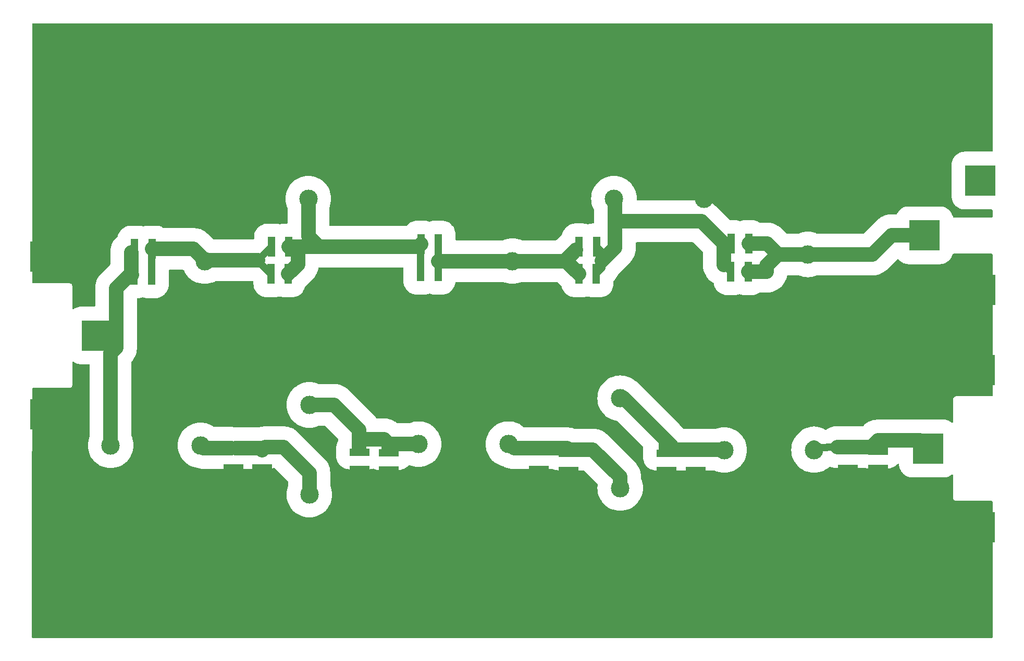
<source format=gbr>
%TF.GenerationSoftware,KiCad,Pcbnew,8.0.6-8.0.6-0~ubuntu24.04.1*%
%TF.CreationDate,2024-11-29T14:51:32+01:00*%
%TF.ProjectId,diplexer,6469706c-6578-4657-922e-6b696361645f,rev?*%
%TF.SameCoordinates,Original*%
%TF.FileFunction,Copper,L1,Top*%
%TF.FilePolarity,Positive*%
%FSLAX46Y46*%
G04 Gerber Fmt 4.6, Leading zero omitted, Abs format (unit mm)*
G04 Created by KiCad (PCBNEW 8.0.6-8.0.6-0~ubuntu24.04.1) date 2024-11-29 14:51:32*
%MOMM*%
%LPD*%
G01*
G04 APERTURE LIST*
%TA.AperFunction,SMDPad,CuDef*%
%ADD10R,5.000000X5.000000*%
%TD*%
%TA.AperFunction,SMDPad,CuDef*%
%ADD11R,3.180000X1.190000*%
%TD*%
%TA.AperFunction,ComponentPad*%
%ADD12C,3.000000*%
%TD*%
%TA.AperFunction,SMDPad,CuDef*%
%ADD13R,1.190000X3.180000*%
%TD*%
%TA.AperFunction,ComponentPad*%
%ADD14C,5.600000*%
%TD*%
%TA.AperFunction,ViaPad*%
%ADD15C,0.600000*%
%TD*%
%TA.AperFunction,Conductor*%
%ADD16C,2.390000*%
%TD*%
%TA.AperFunction,Conductor*%
%ADD17C,1.189800*%
%TD*%
G04 APERTURE END LIST*
D10*
%TO.P,J3,1,In*%
%TO.N,Net-(J3-In)*%
X178025000Y-98600000D03*
%TO.P,J3,2,Ext*%
%TO.N,GND*%
X186425000Y-85800000D03*
%TO.P,J3,3*%
X186425000Y-111400000D03*
%TD*%
%TO.P,J2,1,In*%
%TO.N,Net-(J2-In)*%
X177425000Y-63900000D03*
%TO.P,J2,2,Ext*%
%TO.N,GND*%
X186525000Y-72800000D03*
%TO.P,J2,3*%
%TO.N,N/C*%
X186525000Y-55000000D03*
%TD*%
%TO.P,J1,1,In*%
%TO.N,Net-(J1-In)*%
X43000000Y-80200000D03*
%TO.P,J1,2,Ext*%
%TO.N,GND*%
X34600000Y-93000000D03*
%TO.P,J1,3*%
X34600000Y-67400000D03*
%TD*%
D11*
%TO.P,C17,1*%
%TO.N,Net-(C17-Pad1)*%
X90425000Y-99267000D03*
%TO.P,C17,2*%
%TO.N,GND*%
X90425000Y-102089000D03*
%TD*%
D12*
%TO.P,L10,1,1*%
%TO.N,Net-(J1-In)*%
X45225000Y-98075000D03*
%TO.P,L10,2,2*%
%TO.N,Net-(C16-Pad1)*%
X59825000Y-98075000D03*
%TD*%
D11*
%TO.P,C6,1*%
%TO.N,GND*%
X65175000Y-101708000D03*
%TO.P,C6,2*%
%TO.N,Net-(C16-Pad1)*%
X65175000Y-98886000D03*
%TD*%
D13*
%TO.P,C14,1*%
%TO.N,Net-(C13-Pad2)*%
X121339000Y-65775000D03*
%TO.P,C14,2*%
%TO.N,Net-(C14-Pad2)*%
X124161000Y-65775000D03*
%TD*%
%TO.P,C4,1*%
%TO.N,Net-(C13-Pad2)*%
X121279000Y-70200000D03*
%TO.P,C4,2*%
%TO.N,Net-(C14-Pad2)*%
X124101000Y-70200000D03*
%TD*%
D14*
%TO.P,J5,1,Pin_1*%
%TO.N,GND*%
X36400000Y-41000000D03*
%TD*%
D11*
%TO.P,C19,1*%
%TO.N,Net-(C19-Pad1)*%
X140275000Y-99385000D03*
%TO.P,C19,2*%
%TO.N,GND*%
X140275000Y-102207000D03*
%TD*%
D12*
%TO.P,L2,1,1*%
%TO.N,Net-(C12-Pad2)*%
X77340000Y-57940000D03*
%TO.P,L2,2,2*%
%TO.N,GND*%
X91940000Y-57940000D03*
%TD*%
%TO.P,L4,1,1*%
%TO.N,Net-(C14-Pad2)*%
X126987500Y-57940000D03*
%TO.P,L4,2,2*%
%TO.N,GND*%
X141587500Y-57940000D03*
%TD*%
D13*
%TO.P,C13,1*%
%TO.N,Net-(C12-Pad2)*%
X95603000Y-69764000D03*
%TO.P,C13,2*%
%TO.N,Net-(C13-Pad2)*%
X98425000Y-69764000D03*
%TD*%
D12*
%TO.P,L6,1,1*%
%TO.N,Net-(C19-Pad1)*%
X144900000Y-98825000D03*
%TO.P,L6,2,2*%
%TO.N,Net-(J3-In)*%
X159500000Y-98825000D03*
%TD*%
D14*
%TO.P,J7,1,Pin_1*%
%TO.N,GND*%
X184500000Y-40500000D03*
%TD*%
D12*
%TO.P,L7,1,1*%
%TO.N,Net-(C18-Pad1)*%
X128000000Y-105012500D03*
%TO.P,L7,2,2*%
%TO.N,Net-(C19-Pad1)*%
X128000000Y-90412500D03*
%TD*%
D13*
%TO.P,C1,1*%
%TO.N,Net-(J1-In)*%
X49125000Y-66122000D03*
%TO.P,C1,2*%
%TO.N,Net-(C1-Pad2)*%
X51947000Y-66122000D03*
%TD*%
D11*
%TO.P,C7,1*%
%TO.N,GND*%
X85625000Y-101989000D03*
%TO.P,C7,2*%
%TO.N,Net-(C17-Pad1)*%
X85625000Y-99167000D03*
%TD*%
D12*
%TO.P,L9,1,1*%
%TO.N,Net-(C16-Pad1)*%
X77500000Y-106100000D03*
%TO.P,L9,2,2*%
%TO.N,Net-(C17-Pad1)*%
X77500000Y-91500000D03*
%TD*%
D14*
%TO.P,J10,1,Pin_1*%
%TO.N,GND*%
X134500000Y-79500000D03*
%TD*%
D12*
%TO.P,L8,1,1*%
%TO.N,Net-(C17-Pad1)*%
X95250000Y-97875000D03*
%TO.P,L8,2,2*%
%TO.N,Net-(C18-Pad1)*%
X109850000Y-97875000D03*
%TD*%
D13*
%TO.P,C15,1*%
%TO.N,Net-(C14-Pad2)*%
X145975000Y-69825000D03*
%TO.P,C15,2*%
%TO.N,Net-(J2-In)*%
X148797000Y-69825000D03*
%TD*%
D11*
%TO.P,C20,1*%
%TO.N,Net-(J3-In)*%
X169900000Y-99003000D03*
%TO.P,C20,2*%
%TO.N,GND*%
X169900000Y-101825000D03*
%TD*%
D13*
%TO.P,C11,1*%
%TO.N,Net-(J1-In)*%
X49035000Y-70322000D03*
%TO.P,C11,2*%
%TO.N,Net-(C1-Pad2)*%
X51857000Y-70322000D03*
%TD*%
D12*
%TO.P,L1,1,1*%
%TO.N,Net-(C1-Pad2)*%
X60500000Y-68100000D03*
%TO.P,L1,2,2*%
%TO.N,GND*%
X60500000Y-53500000D03*
%TD*%
D13*
%TO.P,C5,1*%
%TO.N,Net-(C14-Pad2)*%
X146050000Y-65250000D03*
%TO.P,C5,2*%
%TO.N,Net-(J2-In)*%
X148872000Y-65250000D03*
%TD*%
D11*
%TO.P,C10,1*%
%TO.N,GND*%
X165025000Y-101786000D03*
%TO.P,C10,2*%
%TO.N,Net-(J3-In)*%
X165025000Y-98964000D03*
%TD*%
D14*
%TO.P,J6,1,Pin_1*%
%TO.N,GND*%
X183100000Y-117100000D03*
%TD*%
D13*
%TO.P,C2,1*%
%TO.N,Net-(C1-Pad2)*%
X71229000Y-70200000D03*
%TO.P,C2,2*%
%TO.N,Net-(C12-Pad2)*%
X74051000Y-70200000D03*
%TD*%
D11*
%TO.P,C18,1*%
%TO.N,Net-(C18-Pad1)*%
X119575000Y-99339000D03*
%TO.P,C18,2*%
%TO.N,GND*%
X119575000Y-102161000D03*
%TD*%
%TO.P,C8,1*%
%TO.N,GND*%
X114775000Y-101961000D03*
%TO.P,C8,2*%
%TO.N,Net-(C18-Pad1)*%
X114775000Y-99139000D03*
%TD*%
%TO.P,C9,1*%
%TO.N,GND*%
X135500000Y-102186000D03*
%TO.P,C9,2*%
%TO.N,Net-(C19-Pad1)*%
X135500000Y-99364000D03*
%TD*%
D13*
%TO.P,C12,1*%
%TO.N,Net-(C1-Pad2)*%
X71325000Y-65800000D03*
%TO.P,C12,2*%
%TO.N,Net-(C12-Pad2)*%
X74147000Y-65800000D03*
%TD*%
D12*
%TO.P,L5,1,1*%
%TO.N,Net-(J2-In)*%
X158500000Y-67012500D03*
%TO.P,L5,2,2*%
%TO.N,GND*%
X158500000Y-52412500D03*
%TD*%
D11*
%TO.P,C16,1*%
%TO.N,Net-(C16-Pad1)*%
X69800000Y-98900000D03*
%TO.P,C16,2*%
%TO.N,GND*%
X69800000Y-101722000D03*
%TD*%
D12*
%TO.P,L3,1,1*%
%TO.N,Net-(C13-Pad2)*%
X110500000Y-68100000D03*
%TO.P,L3,2,2*%
%TO.N,GND*%
X110500000Y-53500000D03*
%TD*%
D13*
%TO.P,C3,1*%
%TO.N,Net-(C12-Pad2)*%
X95618000Y-65329000D03*
%TO.P,C3,2*%
%TO.N,Net-(C13-Pad2)*%
X98440000Y-65329000D03*
%TD*%
D14*
%TO.P,J4,1,Pin_1*%
%TO.N,GND*%
X36600000Y-117400000D03*
%TD*%
%TO.P,J9,1,Pin_1*%
%TO.N,GND*%
X96500000Y-79500000D03*
%TD*%
D15*
%TO.N,GND*%
X177000000Y-110900000D03*
X181500000Y-110900000D03*
X179500000Y-110900000D03*
X174500000Y-110900000D03*
X178000000Y-48400000D03*
X182500000Y-48400000D03*
X180500000Y-48400000D03*
X175500000Y-48400000D03*
X146500000Y-48400000D03*
X87500000Y-48400000D03*
X166000000Y-48400000D03*
X64000000Y-48400000D03*
X59000000Y-48400000D03*
X128000000Y-48400000D03*
X70500000Y-48400000D03*
X113500000Y-48400000D03*
X149000000Y-48400000D03*
X122500000Y-48400000D03*
X47500000Y-48400000D03*
X157500000Y-48400000D03*
X56000000Y-48400000D03*
X163500000Y-48400000D03*
X152000000Y-48400000D03*
X116000000Y-48400000D03*
X111000000Y-48400000D03*
X99500000Y-48400000D03*
X118500000Y-48400000D03*
X160500000Y-48400000D03*
X142000000Y-48400000D03*
X137000000Y-48400000D03*
X125500000Y-48400000D03*
X144500000Y-48400000D03*
X134000000Y-48400000D03*
X50000000Y-48400000D03*
X94500000Y-48400000D03*
X61500000Y-48400000D03*
X44500000Y-48400000D03*
X131000000Y-48400000D03*
X68500000Y-48400000D03*
X139500000Y-48400000D03*
X173000000Y-48400000D03*
X171000000Y-48400000D03*
X96500000Y-48400000D03*
X92500000Y-48400000D03*
X53000000Y-48400000D03*
X66500000Y-48400000D03*
X102000000Y-48400000D03*
X154500000Y-48400000D03*
X120500000Y-48400000D03*
X82000000Y-48400000D03*
X76000000Y-48400000D03*
X105000000Y-48400000D03*
X90000000Y-48400000D03*
X85000000Y-48400000D03*
X73500000Y-48400000D03*
X108000000Y-48400000D03*
X79000000Y-48400000D03*
X168500000Y-48400000D03*
X146000000Y-110900000D03*
X87000000Y-110900000D03*
X165500000Y-110900000D03*
X63500000Y-110900000D03*
X58500000Y-110900000D03*
X127500000Y-110900000D03*
X70000000Y-110900000D03*
X113000000Y-110900000D03*
X148500000Y-110900000D03*
X122000000Y-110900000D03*
X47000000Y-110900000D03*
X157000000Y-110900000D03*
X55500000Y-110900000D03*
X163000000Y-110900000D03*
X151500000Y-110900000D03*
X115500000Y-110900000D03*
X110500000Y-110900000D03*
X99000000Y-110900000D03*
X118000000Y-110900000D03*
X160000000Y-110900000D03*
X141500000Y-110900000D03*
X136500000Y-110900000D03*
X125000000Y-110900000D03*
X144000000Y-110900000D03*
X133500000Y-110900000D03*
X49500000Y-110900000D03*
X94000000Y-110900000D03*
X61000000Y-110900000D03*
X44000000Y-110900000D03*
X130500000Y-110900000D03*
X68000000Y-110900000D03*
X139000000Y-110900000D03*
X172500000Y-110900000D03*
X170500000Y-110900000D03*
X96000000Y-110900000D03*
X92000000Y-110900000D03*
X52500000Y-110900000D03*
X66000000Y-110900000D03*
X101500000Y-110900000D03*
X154000000Y-110900000D03*
X120000000Y-110900000D03*
X81500000Y-110900000D03*
X75500000Y-110900000D03*
X104500000Y-110900000D03*
X89500000Y-110900000D03*
X84500000Y-110900000D03*
X73000000Y-110900000D03*
X107500000Y-110900000D03*
X78500000Y-110900000D03*
X168000000Y-110900000D03*
X155500000Y-86400000D03*
X96500000Y-86400000D03*
X175000000Y-86400000D03*
X73000000Y-86400000D03*
X68000000Y-86400000D03*
X137000000Y-86400000D03*
X79500000Y-86400000D03*
X122500000Y-86400000D03*
X158000000Y-86400000D03*
X131500000Y-86400000D03*
X56500000Y-86400000D03*
X166500000Y-86400000D03*
X65000000Y-86400000D03*
X172500000Y-86400000D03*
X161000000Y-86400000D03*
X125000000Y-86400000D03*
X120000000Y-86400000D03*
X108500000Y-86400000D03*
X127500000Y-86400000D03*
X169500000Y-86400000D03*
X151000000Y-86400000D03*
X146000000Y-86400000D03*
X134500000Y-86400000D03*
X153500000Y-86400000D03*
X143000000Y-86400000D03*
X59000000Y-86400000D03*
X103500000Y-86400000D03*
X70500000Y-86400000D03*
X53500000Y-86400000D03*
X140000000Y-86400000D03*
X77500000Y-86400000D03*
X148500000Y-86400000D03*
X182000000Y-86400000D03*
X180000000Y-86400000D03*
X105500000Y-86400000D03*
X101500000Y-86400000D03*
X62000000Y-86400000D03*
X75500000Y-86400000D03*
X111000000Y-86400000D03*
X163500000Y-86400000D03*
X129500000Y-86400000D03*
X91000000Y-86400000D03*
X85000000Y-86400000D03*
X114000000Y-86400000D03*
X99000000Y-86400000D03*
X94000000Y-86400000D03*
X82500000Y-86400000D03*
X117000000Y-86400000D03*
X88000000Y-86400000D03*
X177500000Y-86400000D03*
X176500000Y-75900000D03*
X171500000Y-75900000D03*
X160000000Y-75900000D03*
X168500000Y-75900000D03*
X162500000Y-75900000D03*
X174000000Y-75900000D03*
X157000000Y-75900000D03*
X181000000Y-75900000D03*
X165500000Y-75900000D03*
X179000000Y-75900000D03*
X150000000Y-75900000D03*
X145000000Y-75900000D03*
X133500000Y-75900000D03*
X142000000Y-75900000D03*
X136000000Y-75900000D03*
X147500000Y-75900000D03*
X130500000Y-75900000D03*
X154500000Y-75900000D03*
X139000000Y-75900000D03*
X152500000Y-75900000D03*
X124000000Y-75900000D03*
X119000000Y-75900000D03*
X107500000Y-75900000D03*
X116000000Y-75900000D03*
X110000000Y-75900000D03*
X121500000Y-75900000D03*
X104500000Y-75900000D03*
X128500000Y-75900000D03*
X113000000Y-75900000D03*
X126500000Y-75900000D03*
X98000000Y-75900000D03*
X93000000Y-75900000D03*
X81500000Y-75900000D03*
X90000000Y-75900000D03*
X84000000Y-75900000D03*
X95500000Y-75900000D03*
X78500000Y-75900000D03*
X102500000Y-75900000D03*
X87000000Y-75900000D03*
X100500000Y-75900000D03*
X76500000Y-75900000D03*
X74500000Y-75900000D03*
X72000000Y-75900000D03*
X69500000Y-75900000D03*
X67000000Y-75900000D03*
X64000000Y-75900000D03*
X61000000Y-75900000D03*
X58000000Y-75900000D03*
X55500000Y-75900000D03*
X52500000Y-75900000D03*
%TD*%
D16*
%TO.N,Net-(J3-In)*%
X178025000Y-98600000D02*
X176710200Y-97285200D01*
X176710200Y-97285200D02*
X169875000Y-97285200D01*
%TO.N,Net-(J1-In)*%
X45225000Y-98075000D02*
X45225000Y-83045000D01*
X45225000Y-83045000D02*
X46100000Y-82170000D01*
X46100000Y-82170000D02*
X46100000Y-72510800D01*
X46100000Y-72510800D02*
X48288800Y-70322000D01*
X48288800Y-70322000D02*
X48556800Y-70322000D01*
D17*
%TO.N,Net-(C1-Pad2)*%
X69172700Y-67952300D02*
X69172700Y-68143700D01*
X51857000Y-70322000D02*
X51857000Y-66942100D01*
X51947000Y-66852100D02*
X51857000Y-66942100D01*
D16*
X60500000Y-67952300D02*
X69172700Y-67952300D01*
D17*
X51947000Y-66122000D02*
X51947000Y-66852100D01*
X69172700Y-68143700D02*
X71229000Y-70200000D01*
D16*
X60500000Y-67952300D02*
X58669700Y-66122000D01*
D17*
X69172700Y-67952300D02*
X71325000Y-65800000D01*
D16*
X60500000Y-68100000D02*
X60500000Y-67952300D01*
X58669700Y-66122000D02*
X51947000Y-66122000D01*
%TO.N,Net-(J1-In)*%
X48556800Y-70322000D02*
X48556800Y-66690200D01*
X48661900Y-70322000D02*
X48556800Y-70322000D01*
D17*
X48556800Y-69132200D02*
X48556800Y-66690200D01*
X48556800Y-66690200D02*
X49125000Y-66122000D01*
%TO.N,Net-(J3-In)*%
X163310100Y-98375000D02*
X161620100Y-98375000D01*
D16*
X165000000Y-98375000D02*
X168980000Y-98375000D01*
X163310100Y-98375000D02*
X165000000Y-98375000D01*
X168980000Y-98375000D02*
X168980000Y-98180200D01*
X159500000Y-98825000D02*
X159500000Y-98406800D01*
D17*
X159500000Y-98406800D02*
X161588300Y-98406800D01*
D16*
X168980000Y-98180200D02*
X169875000Y-97285200D01*
X169875000Y-98414000D02*
X169875000Y-97285200D01*
D17*
X161588300Y-98406800D02*
X161620100Y-98375000D01*
D16*
%TO.N,Net-(C12-Pad2)*%
X75639500Y-68611500D02*
X74051000Y-70200000D01*
X95213200Y-65733800D02*
X78974300Y-65733800D01*
X95618000Y-65329000D02*
X95213200Y-65733800D01*
X75639500Y-65800000D02*
X75639500Y-68611500D01*
X78974300Y-65733800D02*
X77340000Y-64099500D01*
D17*
X95213200Y-65733800D02*
X95213200Y-65994300D01*
D16*
X78974300Y-65733800D02*
X75705700Y-65733800D01*
X74147000Y-65800000D02*
X75639500Y-65800000D01*
X75705700Y-65733800D02*
X75639500Y-65800000D01*
D17*
X95603000Y-69764000D02*
X95603000Y-66384100D01*
X95213200Y-65994300D02*
X95603000Y-66384100D01*
D16*
X77340000Y-57940000D02*
X77340000Y-64099500D01*
D17*
%TO.N,Net-(C13-Pad2)*%
X98440000Y-65329000D02*
X98440000Y-68100000D01*
D16*
X119014000Y-68100000D02*
X120807000Y-66307000D01*
D17*
X119014000Y-68100000D02*
X121339000Y-65775000D01*
D16*
X121279000Y-70200000D02*
X119179000Y-68100000D01*
D17*
X98440000Y-68708900D02*
X98440000Y-69749000D01*
X98440000Y-69749000D02*
X98425000Y-69764000D01*
X98440000Y-68100000D02*
X98440000Y-68708900D01*
D16*
X119179000Y-68100000D02*
X118294000Y-68100000D01*
X110500000Y-68100000D02*
X118294000Y-68100000D01*
X98440000Y-68100000D02*
X110500000Y-68100000D01*
X118294000Y-68100000D02*
X119014000Y-68100000D01*
%TO.N,Net-(C14-Pad2)*%
X141242800Y-61635200D02*
X128300800Y-61635200D01*
D17*
X144857600Y-68707600D02*
X145975000Y-69825000D01*
X125055500Y-69245500D02*
X124101000Y-70200000D01*
X127146000Y-61635200D02*
X128300800Y-61635200D01*
X124161000Y-65775000D02*
X125055500Y-66669500D01*
D16*
X127146000Y-65959500D02*
X127146000Y-61635200D01*
X144857600Y-65250000D02*
X144857600Y-68707600D01*
D17*
X146050000Y-65250000D02*
X144857600Y-65250000D01*
D16*
X144857600Y-65250000D02*
X141242800Y-61635200D01*
X126987500Y-57940000D02*
X127146000Y-58098500D01*
X127146000Y-58098500D02*
X127146000Y-61635200D01*
X125055500Y-68050000D02*
X127146000Y-65959500D01*
D17*
X125055500Y-66669500D02*
X125055500Y-69245500D01*
D16*
%TO.N,Net-(C16-Pad1)*%
X69465000Y-98500000D02*
X65485000Y-98500000D01*
X73335000Y-98390000D02*
X70310000Y-98390000D01*
X60236000Y-98486000D02*
X59825000Y-98075000D01*
X77500000Y-102555000D02*
X73335000Y-98390000D01*
X77500000Y-106100000D02*
X77500000Y-102555000D01*
X64840000Y-98486000D02*
X60236000Y-98486000D01*
X70310000Y-98390000D02*
X69800000Y-98900000D01*
%TO.N,Net-(C17-Pad1)*%
X81507000Y-91500000D02*
X85600000Y-95593000D01*
X85600000Y-98578000D02*
X85600000Y-97085500D01*
X90400000Y-98678000D02*
X90400000Y-97875000D01*
X85600000Y-97085500D02*
X89610500Y-97085500D01*
X95250000Y-97875000D02*
X90400000Y-97875000D01*
X89610500Y-97085500D02*
X90400000Y-97875000D01*
X77500000Y-91500000D02*
X81507000Y-91500000D01*
X85600000Y-97085500D02*
X85600000Y-95593000D01*
%TO.N,Net-(C18-Pad1)*%
X128000000Y-103220000D02*
X123530000Y-98750000D01*
X114750000Y-98550000D02*
X110770000Y-98550000D01*
X109850000Y-97875000D02*
X110095000Y-97875000D01*
X128000000Y-105012500D02*
X128000000Y-103220000D01*
X119550000Y-98750000D02*
X123530000Y-98750000D01*
X119350000Y-98550000D02*
X119550000Y-98750000D01*
X110095000Y-97875000D02*
X110770000Y-98550000D01*
X114750000Y-98550000D02*
X119350000Y-98550000D01*
%TO.N,Net-(C19-Pad1)*%
X140250000Y-98796000D02*
X136270000Y-98796000D01*
X128000000Y-90412500D02*
X128605000Y-90412500D01*
X144871000Y-98796000D02*
X140250000Y-98796000D01*
X144900000Y-98825000D02*
X144871000Y-98796000D01*
X135475000Y-97282500D02*
X136270000Y-98077500D01*
X135475000Y-98775000D02*
X135475000Y-97282500D01*
X128605000Y-90412500D02*
X135475000Y-97282500D01*
X136270000Y-98077500D02*
X136270000Y-98796000D01*
%TO.N,Net-(J2-In)*%
X153619500Y-67012500D02*
X158500000Y-67012500D01*
X153619500Y-67012500D02*
X151782000Y-68850000D01*
X151782000Y-68850000D02*
X151782000Y-69825000D01*
X158500000Y-67012500D02*
X168987500Y-67012500D01*
X148872000Y-65250000D02*
X151857000Y-65250000D01*
X153619500Y-67012500D02*
X151857000Y-65250000D01*
X148797000Y-69825000D02*
X151782000Y-69825000D01*
X168987500Y-67012500D02*
X172110000Y-63890000D01*
X176500000Y-63890000D02*
X172110000Y-63890000D01*
%TD*%
%TA.AperFunction,Conductor*%
%TO.N,GND*%
G36*
X139852014Y-65050385D02*
G01*
X139872656Y-65067019D01*
X141425781Y-66620143D01*
X141459266Y-66681466D01*
X141462100Y-66707824D01*
X141462100Y-68874406D01*
X141494799Y-69206421D01*
X141559886Y-69533630D01*
X141656732Y-69852890D01*
X141784400Y-70161107D01*
X141784407Y-70161121D01*
X141941663Y-70455329D01*
X141941667Y-70455336D01*
X141941670Y-70455341D01*
X142062808Y-70636637D01*
X142127014Y-70732727D01*
X142127024Y-70732741D01*
X142338670Y-70990633D01*
X142574566Y-71226529D01*
X142574571Y-71226533D01*
X142574572Y-71226534D01*
X142832464Y-71438180D01*
X143109859Y-71623530D01*
X143135799Y-71637395D01*
X143185643Y-71686356D01*
X143199257Y-71724088D01*
X143243496Y-71962038D01*
X143243498Y-71962049D01*
X143335469Y-72241918D01*
X143335474Y-72241930D01*
X143463930Y-72507052D01*
X143463932Y-72507055D01*
X143463933Y-72507057D01*
X143592022Y-72700500D01*
X143626587Y-72752700D01*
X143820528Y-72974471D01*
X143972546Y-73107412D01*
X144042301Y-73168414D01*
X144287943Y-73331067D01*
X144553074Y-73459528D01*
X144644928Y-73489713D01*
X144832950Y-73551501D01*
X144832954Y-73551501D01*
X144832961Y-73551504D01*
X145122610Y-73605354D01*
X145295888Y-73615500D01*
X146654112Y-73615500D01*
X146827390Y-73605354D01*
X147117039Y-73551504D01*
X147347289Y-73475838D01*
X147417121Y-73473610D01*
X147424688Y-73475831D01*
X147654961Y-73551504D01*
X147944610Y-73605354D01*
X148117888Y-73615500D01*
X149476112Y-73615500D01*
X149649390Y-73605354D01*
X149939039Y-73551504D01*
X149939046Y-73551501D01*
X149939049Y-73551501D01*
X150026570Y-73522739D01*
X150218926Y-73459528D01*
X150484057Y-73331067D01*
X150619911Y-73241110D01*
X150686674Y-73220512D01*
X150688370Y-73220500D01*
X151948807Y-73220500D01*
X151948810Y-73220500D01*
X152280824Y-73187800D01*
X152608034Y-73122713D01*
X152927289Y-73025868D01*
X153235514Y-72898197D01*
X153529741Y-72740930D01*
X153807136Y-72555580D01*
X154065028Y-72343934D01*
X154300934Y-72108028D01*
X154512580Y-71850136D01*
X154697930Y-71572741D01*
X154855197Y-71278514D01*
X154982868Y-70970289D01*
X155079713Y-70651034D01*
X155108203Y-70507808D01*
X155140588Y-70445897D01*
X155201304Y-70411323D01*
X155229820Y-70408000D01*
X156996619Y-70408000D01*
X157041057Y-70416236D01*
X157279610Y-70507808D01*
X157354913Y-70536714D01*
X157729567Y-70637102D01*
X158112662Y-70697778D01*
X158478576Y-70716955D01*
X158499999Y-70718078D01*
X158500000Y-70718078D01*
X158500001Y-70718078D01*
X158520301Y-70717014D01*
X158887338Y-70697778D01*
X159270433Y-70637102D01*
X159645087Y-70536714D01*
X159958943Y-70416236D01*
X160003381Y-70408000D01*
X169154309Y-70408000D01*
X169154311Y-70408000D01*
X169184079Y-70405068D01*
X169486324Y-70375300D01*
X169813534Y-70310213D01*
X170132789Y-70213368D01*
X170441014Y-70085697D01*
X170735241Y-69928430D01*
X170848296Y-69852889D01*
X171012637Y-69743081D01*
X171270529Y-69531434D01*
X173027771Y-67774189D01*
X173089092Y-67740706D01*
X173158783Y-67745690D01*
X173208790Y-67780241D01*
X173259769Y-67838535D01*
X173365528Y-67959471D01*
X173537846Y-68110165D01*
X173587301Y-68153414D01*
X173832943Y-68316067D01*
X174098074Y-68444528D01*
X174189928Y-68474713D01*
X174377950Y-68536501D01*
X174377954Y-68536501D01*
X174377961Y-68536504D01*
X174667610Y-68590354D01*
X174840888Y-68600500D01*
X180009112Y-68600500D01*
X180182390Y-68590354D01*
X180472039Y-68536504D01*
X180472046Y-68536501D01*
X180472049Y-68536501D01*
X180559570Y-68507739D01*
X180751926Y-68444528D01*
X181017057Y-68316067D01*
X181262699Y-68153414D01*
X181484471Y-67959471D01*
X181678414Y-67737699D01*
X181841067Y-67492057D01*
X181969528Y-67226926D01*
X182036049Y-67024500D01*
X182048771Y-66985788D01*
X182088401Y-66928245D01*
X182152850Y-66901262D01*
X182166573Y-66900500D01*
X188375500Y-66900500D01*
X188442539Y-66920185D01*
X188488294Y-66972989D01*
X188499500Y-67024500D01*
X188499500Y-89975500D01*
X188479815Y-90042539D01*
X188427011Y-90088294D01*
X188375500Y-90099500D01*
X182534108Y-90099500D01*
X182406812Y-90133608D01*
X182292686Y-90199500D01*
X182292683Y-90199502D01*
X182199502Y-90292683D01*
X182199500Y-90292686D01*
X182133608Y-90406812D01*
X182099500Y-90534108D01*
X182099500Y-94280504D01*
X182079815Y-94347543D01*
X182027011Y-94393298D01*
X181957853Y-94403242D01*
X181894297Y-94374217D01*
X181893872Y-94373847D01*
X181887352Y-94368145D01*
X181862699Y-94346586D01*
X181617057Y-94183933D01*
X181617055Y-94183932D01*
X181617052Y-94183930D01*
X181351930Y-94055474D01*
X181351926Y-94055472D01*
X181351922Y-94055470D01*
X181351918Y-94055469D01*
X181072049Y-93963498D01*
X181072039Y-93963496D01*
X180782385Y-93909645D01*
X180609112Y-93899500D01*
X176982608Y-93899500D01*
X176970453Y-93898903D01*
X176953317Y-93897215D01*
X176906779Y-93892631D01*
X176906777Y-93892630D01*
X176877011Y-93889700D01*
X176877010Y-93889700D01*
X170041811Y-93889700D01*
X169708189Y-93889700D01*
X169678421Y-93892630D01*
X169678420Y-93892631D01*
X169629301Y-93897468D01*
X169376186Y-93922398D01*
X169376173Y-93922400D01*
X169048969Y-93987486D01*
X168729709Y-94084332D01*
X168421492Y-94212000D01*
X168421478Y-94212007D01*
X168127270Y-94369263D01*
X168127252Y-94369274D01*
X167962290Y-94479499D01*
X167849861Y-94554621D01*
X167849858Y-94554623D01*
X167654805Y-94714700D01*
X167596808Y-94762297D01*
X167596806Y-94762299D01*
X167591966Y-94766270D01*
X167415057Y-94943181D01*
X167353734Y-94976666D01*
X167327376Y-94979500D01*
X165166810Y-94979500D01*
X163143290Y-94979500D01*
X163053988Y-94988295D01*
X162811278Y-95012199D01*
X162484069Y-95077286D01*
X162164809Y-95174132D01*
X161856592Y-95301800D01*
X161856578Y-95301807D01*
X161562363Y-95459067D01*
X161562349Y-95459075D01*
X161450143Y-95534049D01*
X161383466Y-95554926D01*
X161316086Y-95536441D01*
X161312363Y-95534048D01*
X161247750Y-95490875D01*
X161247741Y-95490870D01*
X161216297Y-95474063D01*
X160953514Y-95333603D01*
X160923624Y-95321222D01*
X160645290Y-95205932D01*
X160370722Y-95122643D01*
X160326034Y-95109087D01*
X160326031Y-95109086D01*
X160326030Y-95109086D01*
X159998821Y-95043999D01*
X159764907Y-95020961D01*
X159666810Y-95011300D01*
X159333190Y-95011300D01*
X159243888Y-95020095D01*
X159001178Y-95043999D01*
X158673969Y-95109086D01*
X158354709Y-95205932D01*
X158046492Y-95333600D01*
X158046478Y-95333607D01*
X157752270Y-95490863D01*
X157752252Y-95490874D01*
X157474872Y-95676214D01*
X157474858Y-95676224D01*
X157216972Y-95887865D01*
X157094127Y-96010708D01*
X157084484Y-96019391D01*
X157020490Y-96071213D01*
X157020479Y-96071223D01*
X156746222Y-96345480D01*
X156746215Y-96345488D01*
X156502122Y-96646917D01*
X156290877Y-96972206D01*
X156114787Y-97317802D01*
X155975788Y-97679905D01*
X155875397Y-98054570D01*
X155875397Y-98054572D01*
X155817219Y-98421899D01*
X155814722Y-98437662D01*
X155794422Y-98825000D01*
X155814722Y-99212338D01*
X155875398Y-99595433D01*
X155964453Y-99927793D01*
X155975788Y-99970094D01*
X156114787Y-100332197D01*
X156290877Y-100677793D01*
X156502122Y-101003082D01*
X156574418Y-101092360D01*
X156746219Y-101304516D01*
X157020484Y-101578781D01*
X157104776Y-101647039D01*
X157321917Y-101822877D01*
X157647206Y-102034122D01*
X157647211Y-102034125D01*
X157992806Y-102210214D01*
X158354913Y-102349214D01*
X158729567Y-102449602D01*
X159112662Y-102510278D01*
X159478576Y-102529455D01*
X159499999Y-102530578D01*
X159500000Y-102530578D01*
X159500001Y-102530578D01*
X159520301Y-102529514D01*
X159887338Y-102510278D01*
X160270433Y-102449602D01*
X160645087Y-102349214D01*
X161007194Y-102210214D01*
X161352789Y-102034125D01*
X161678084Y-101822876D01*
X161979516Y-101578781D01*
X161979522Y-101578775D01*
X161981943Y-101576596D01*
X161983312Y-101578117D01*
X162037090Y-101547885D01*
X162106838Y-101552009D01*
X162112396Y-101554157D01*
X162164800Y-101575864D01*
X162164805Y-101575865D01*
X162164811Y-101575868D01*
X162484066Y-101672713D01*
X162811276Y-101737800D01*
X163143290Y-101770500D01*
X164833190Y-101770500D01*
X167945149Y-101770500D01*
X167967812Y-101772588D01*
X168052610Y-101788354D01*
X168225888Y-101798500D01*
X169590411Y-101798500D01*
X169602564Y-101799096D01*
X169708190Y-101809500D01*
X169708193Y-101809500D01*
X170041807Y-101809500D01*
X170041810Y-101809500D01*
X170147435Y-101799096D01*
X170159589Y-101798500D01*
X171574112Y-101798500D01*
X171747390Y-101788354D01*
X172037039Y-101734504D01*
X172037046Y-101734501D01*
X172037049Y-101734501D01*
X172143253Y-101699600D01*
X172316926Y-101642528D01*
X172582057Y-101514067D01*
X172827699Y-101351414D01*
X173049471Y-101157471D01*
X173049474Y-101157468D01*
X173107158Y-101091507D01*
X173166107Y-101054000D01*
X173235976Y-101054318D01*
X173294582Y-101092360D01*
X173323317Y-101156047D01*
X173324500Y-101173135D01*
X173324500Y-101184112D01*
X173334645Y-101357385D01*
X173388496Y-101647039D01*
X173388498Y-101647049D01*
X173480469Y-101926918D01*
X173480474Y-101926930D01*
X173608930Y-102192052D01*
X173608932Y-102192055D01*
X173608933Y-102192057D01*
X173742631Y-102393971D01*
X173771587Y-102437700D01*
X173965528Y-102659471D01*
X174036090Y-102721178D01*
X174187301Y-102853414D01*
X174432943Y-103016067D01*
X174698074Y-103144528D01*
X174789928Y-103174713D01*
X174977950Y-103236501D01*
X174977954Y-103236501D01*
X174977961Y-103236504D01*
X175267610Y-103290354D01*
X175440888Y-103300500D01*
X180609112Y-103300500D01*
X180782390Y-103290354D01*
X181072039Y-103236504D01*
X181072046Y-103236501D01*
X181072049Y-103236501D01*
X181159570Y-103207739D01*
X181351926Y-103144528D01*
X181617057Y-103016067D01*
X181862699Y-102853414D01*
X181893872Y-102826152D01*
X181957293Y-102796839D01*
X182026496Y-102806467D01*
X182079509Y-102851980D01*
X182099499Y-102918929D01*
X182099500Y-102919495D01*
X182099500Y-106665891D01*
X182133608Y-106793187D01*
X182166554Y-106850250D01*
X182199500Y-106907314D01*
X182292686Y-107000500D01*
X182406814Y-107066392D01*
X182534108Y-107100500D01*
X188375500Y-107100500D01*
X188442539Y-107120185D01*
X188488294Y-107172989D01*
X188499500Y-107224500D01*
X188499500Y-129275500D01*
X188479815Y-129342539D01*
X188427011Y-129388294D01*
X188375500Y-129399500D01*
X32526000Y-129399500D01*
X32458961Y-129379815D01*
X32413206Y-129327011D01*
X32402000Y-129275203D01*
X32449458Y-109485212D01*
X32499005Y-88824201D01*
X32518851Y-88757211D01*
X32571764Y-88711582D01*
X32623005Y-88700500D01*
X38565890Y-88700500D01*
X38565892Y-88700500D01*
X38693186Y-88666392D01*
X38807314Y-88600500D01*
X38900500Y-88507314D01*
X38966392Y-88393186D01*
X39000500Y-88265892D01*
X39000500Y-84577103D01*
X39020185Y-84510064D01*
X39072989Y-84464309D01*
X39142147Y-84454365D01*
X39192956Y-84473712D01*
X39407943Y-84616067D01*
X39673074Y-84744528D01*
X39764928Y-84774713D01*
X39952950Y-84836501D01*
X39952954Y-84836501D01*
X39952961Y-84836504D01*
X40242610Y-84890354D01*
X40415888Y-84900500D01*
X41705500Y-84900500D01*
X41772539Y-84920185D01*
X41818294Y-84972989D01*
X41829500Y-85024500D01*
X41829500Y-96571618D01*
X41821264Y-96616056D01*
X41700788Y-96929905D01*
X41600397Y-97304570D01*
X41600397Y-97304572D01*
X41539722Y-97687660D01*
X41519422Y-98074999D01*
X41519422Y-98075000D01*
X41539722Y-98462339D01*
X41600397Y-98845427D01*
X41600397Y-98845429D01*
X41700788Y-99220094D01*
X41839787Y-99582197D01*
X42015877Y-99927793D01*
X42227122Y-100253082D01*
X42431963Y-100506039D01*
X42471219Y-100554516D01*
X42745484Y-100828781D01*
X42745488Y-100828784D01*
X43046917Y-101072877D01*
X43335388Y-101260212D01*
X43372211Y-101284125D01*
X43717806Y-101460214D01*
X44079913Y-101599214D01*
X44454567Y-101699602D01*
X44837662Y-101760278D01*
X45203576Y-101779455D01*
X45224999Y-101780578D01*
X45225000Y-101780578D01*
X45225001Y-101780578D01*
X45245301Y-101779514D01*
X45612338Y-101760278D01*
X45995433Y-101699602D01*
X46370087Y-101599214D01*
X46732194Y-101460214D01*
X47077789Y-101284125D01*
X47403084Y-101072876D01*
X47704516Y-100828781D01*
X47978781Y-100554516D01*
X48222876Y-100253084D01*
X48434125Y-99927789D01*
X48610214Y-99582194D01*
X48749214Y-99220087D01*
X48849602Y-98845433D01*
X48910278Y-98462338D01*
X48930578Y-98075000D01*
X48930578Y-98074999D01*
X56119422Y-98074999D01*
X56119422Y-98075000D01*
X56139722Y-98462339D01*
X56200397Y-98845427D01*
X56200397Y-98845429D01*
X56300788Y-99220094D01*
X56439787Y-99582197D01*
X56615877Y-99927793D01*
X56827122Y-100253082D01*
X57031963Y-100506039D01*
X57071219Y-100554516D01*
X57345484Y-100828781D01*
X57345488Y-100828784D01*
X57646917Y-101072877D01*
X57935388Y-101260212D01*
X57972211Y-101284125D01*
X58317806Y-101460214D01*
X58679913Y-101599214D01*
X59054567Y-101699602D01*
X59209630Y-101724160D01*
X59226201Y-101727968D01*
X59409966Y-101783714D01*
X59571925Y-101815929D01*
X59737176Y-101848800D01*
X60039420Y-101878568D01*
X60039419Y-101878568D01*
X60049343Y-101879545D01*
X60069189Y-101881500D01*
X60069190Y-101881500D01*
X60069191Y-101881500D01*
X65006807Y-101881500D01*
X65006810Y-101881500D01*
X65079273Y-101874363D01*
X65103579Y-101874363D01*
X65114494Y-101875438D01*
X65318190Y-101895500D01*
X68170065Y-101895500D01*
X68228518Y-101910142D01*
X68346478Y-101973193D01*
X68346480Y-101973193D01*
X68346486Y-101973197D01*
X68654711Y-102100868D01*
X68973966Y-102197713D01*
X68973972Y-102197714D01*
X68973975Y-102197715D01*
X68973986Y-102197718D01*
X69179158Y-102238528D01*
X69301176Y-102262799D01*
X69633189Y-102295500D01*
X69633192Y-102295500D01*
X69966808Y-102295500D01*
X69966811Y-102295500D01*
X70298824Y-102262799D01*
X70460782Y-102230583D01*
X70626013Y-102197718D01*
X70626024Y-102197715D01*
X70626024Y-102197714D01*
X70626034Y-102197713D01*
X70945289Y-102100868D01*
X71253514Y-101973197D01*
X71486244Y-101848800D01*
X71547745Y-101815927D01*
X71547745Y-101815925D01*
X71557363Y-101809500D01*
X71562008Y-101806397D01*
X71628686Y-101785520D01*
X71630897Y-101785500D01*
X71877175Y-101785500D01*
X71944214Y-101805185D01*
X71964856Y-101821819D01*
X74068181Y-103925143D01*
X74101666Y-103986466D01*
X74104500Y-104012824D01*
X74104500Y-104596618D01*
X74096264Y-104641056D01*
X73975788Y-104954905D01*
X73875397Y-105329570D01*
X73875397Y-105329572D01*
X73814722Y-105712660D01*
X73794422Y-106099999D01*
X73794422Y-106100000D01*
X73814722Y-106487339D01*
X73843002Y-106665891D01*
X73875398Y-106870433D01*
X73961181Y-107190582D01*
X73975788Y-107245094D01*
X74114787Y-107607197D01*
X74290877Y-107952793D01*
X74502122Y-108278082D01*
X74711556Y-108536711D01*
X74746219Y-108579516D01*
X75020484Y-108853781D01*
X75020488Y-108853784D01*
X75321917Y-109097877D01*
X75647206Y-109309122D01*
X75647211Y-109309125D01*
X75992806Y-109485214D01*
X76354913Y-109624214D01*
X76729567Y-109724602D01*
X77112662Y-109785278D01*
X77478576Y-109804455D01*
X77499999Y-109805578D01*
X77500000Y-109805578D01*
X77500001Y-109805578D01*
X77520301Y-109804514D01*
X77887338Y-109785278D01*
X78270433Y-109724602D01*
X78645087Y-109624214D01*
X79007194Y-109485214D01*
X79352789Y-109309125D01*
X79678084Y-109097876D01*
X79979516Y-108853781D01*
X80253781Y-108579516D01*
X80497876Y-108278084D01*
X80709125Y-107952789D01*
X80885214Y-107607194D01*
X81024214Y-107245087D01*
X81124602Y-106870433D01*
X81185278Y-106487338D01*
X81205578Y-106100000D01*
X81185278Y-105712662D01*
X81124602Y-105329567D01*
X81024214Y-104954913D01*
X80903736Y-104641056D01*
X80895500Y-104596618D01*
X80895500Y-102388193D01*
X80875174Y-102181819D01*
X80862800Y-102056176D01*
X80805176Y-101766486D01*
X80797713Y-101728965D01*
X80700868Y-101409711D01*
X80573197Y-101101486D01*
X80563917Y-101084125D01*
X80427432Y-100828777D01*
X80415936Y-100807270D01*
X80415935Y-100807268D01*
X80415930Y-100807259D01*
X80304820Y-100640972D01*
X80230580Y-100529863D01*
X80018933Y-100271971D01*
X80018932Y-100271970D01*
X80018928Y-100271965D01*
X75618034Y-95871070D01*
X75360141Y-95659422D01*
X75360129Y-95659413D01*
X75173568Y-95534758D01*
X75173567Y-95534758D01*
X75082747Y-95474074D01*
X75082746Y-95474073D01*
X75082741Y-95474070D01*
X75082736Y-95474067D01*
X75082729Y-95474063D01*
X74849052Y-95349161D01*
X74788514Y-95316803D01*
X74788507Y-95316800D01*
X74480290Y-95189132D01*
X74216416Y-95109087D01*
X74161034Y-95092287D01*
X74161031Y-95092286D01*
X74161030Y-95092286D01*
X73833826Y-95027200D01*
X73833813Y-95027198D01*
X73585041Y-95002696D01*
X73531579Y-94997431D01*
X73531577Y-94997430D01*
X73501811Y-94994500D01*
X73501810Y-94994500D01*
X70476811Y-94994500D01*
X70143189Y-94994500D01*
X70113421Y-94997430D01*
X70113420Y-94997431D01*
X70064301Y-95002268D01*
X69811186Y-95027198D01*
X69811173Y-95027200D01*
X69559380Y-95077286D01*
X69492950Y-95090500D01*
X69489071Y-95091271D01*
X69483967Y-95092286D01*
X69483960Y-95092288D01*
X69461304Y-95099161D01*
X69425311Y-95104500D01*
X65318190Y-95104500D01*
X65288444Y-95107429D01*
X65245725Y-95111636D01*
X65221420Y-95111636D01*
X65148962Y-95104500D01*
X65006810Y-95090500D01*
X65006807Y-95090500D01*
X62060412Y-95090500D01*
X61993373Y-95070815D01*
X61992877Y-95070495D01*
X61677793Y-94865877D01*
X61332197Y-94689787D01*
X60970094Y-94550788D01*
X60772627Y-94497877D01*
X60595433Y-94450398D01*
X60595429Y-94450397D01*
X60595428Y-94450397D01*
X60212339Y-94389722D01*
X59825001Y-94369422D01*
X59824999Y-94369422D01*
X59437660Y-94389722D01*
X59054572Y-94450397D01*
X59054570Y-94450397D01*
X58679905Y-94550788D01*
X58317802Y-94689787D01*
X57972206Y-94865877D01*
X57646917Y-95077122D01*
X57345488Y-95321215D01*
X57345480Y-95321222D01*
X57071222Y-95595480D01*
X57071215Y-95595488D01*
X56827122Y-95896917D01*
X56615877Y-96222206D01*
X56439787Y-96567802D01*
X56300788Y-96929905D01*
X56200397Y-97304570D01*
X56200397Y-97304572D01*
X56139722Y-97687660D01*
X56119422Y-98074999D01*
X48930578Y-98074999D01*
X48910278Y-97687662D01*
X48849602Y-97304567D01*
X48749214Y-96929913D01*
X48628736Y-96616056D01*
X48620500Y-96571618D01*
X48620500Y-91500000D01*
X73794422Y-91500000D01*
X73814722Y-91887338D01*
X73875398Y-92270433D01*
X73961181Y-92590582D01*
X73975788Y-92645094D01*
X74114787Y-93007197D01*
X74290877Y-93352793D01*
X74502122Y-93678082D01*
X74689639Y-93909646D01*
X74746219Y-93979516D01*
X75020484Y-94253781D01*
X75020488Y-94253784D01*
X75321917Y-94497877D01*
X75617433Y-94689787D01*
X75647211Y-94709125D01*
X75754058Y-94763566D01*
X75976924Y-94877122D01*
X75992806Y-94885214D01*
X76354913Y-95024214D01*
X76729567Y-95124602D01*
X77112662Y-95185278D01*
X77478576Y-95204455D01*
X77499999Y-95205578D01*
X77500000Y-95205578D01*
X77500001Y-95205578D01*
X77520301Y-95204514D01*
X77887338Y-95185278D01*
X78270433Y-95124602D01*
X78645087Y-95024214D01*
X78958943Y-94903736D01*
X79003381Y-94895500D01*
X80049175Y-94895500D01*
X80116214Y-94915185D01*
X80136856Y-94931819D01*
X82168181Y-96963143D01*
X82201666Y-97024466D01*
X82204500Y-97050824D01*
X82204500Y-97313385D01*
X82184815Y-97380424D01*
X82183889Y-97381844D01*
X82118933Y-97479941D01*
X82118930Y-97479946D01*
X81990474Y-97745069D01*
X81990469Y-97745081D01*
X81898498Y-98024950D01*
X81898496Y-98024960D01*
X81844645Y-98314614D01*
X81834500Y-98487887D01*
X81834500Y-99846112D01*
X81844645Y-100019385D01*
X81898496Y-100309039D01*
X81898498Y-100309049D01*
X81990469Y-100588918D01*
X81990474Y-100588930D01*
X82118930Y-100854052D01*
X82118932Y-100854055D01*
X82118933Y-100854057D01*
X82276726Y-101092360D01*
X82281587Y-101099700D01*
X82475528Y-101321471D01*
X82589878Y-101421471D01*
X82697301Y-101515414D01*
X82942943Y-101678067D01*
X83208074Y-101806528D01*
X83257822Y-101822876D01*
X83487950Y-101898501D01*
X83487954Y-101898501D01*
X83487961Y-101898504D01*
X83777610Y-101952354D01*
X83950888Y-101962500D01*
X85315411Y-101962500D01*
X85327564Y-101963096D01*
X85433190Y-101973500D01*
X85433193Y-101973500D01*
X85766807Y-101973500D01*
X85766810Y-101973500D01*
X85872435Y-101963096D01*
X85884589Y-101962500D01*
X87299112Y-101962500D01*
X87472390Y-101952354D01*
X87762039Y-101898504D01*
X87851129Y-101869226D01*
X87920960Y-101866998D01*
X87943902Y-101875435D01*
X88008074Y-101906528D01*
X88070122Y-101926918D01*
X88287950Y-101998501D01*
X88287954Y-101998501D01*
X88287961Y-101998504D01*
X88577610Y-102052354D01*
X88750888Y-102062500D01*
X90115411Y-102062500D01*
X90127564Y-102063096D01*
X90233190Y-102073500D01*
X90233193Y-102073500D01*
X90566807Y-102073500D01*
X90566810Y-102073500D01*
X90672435Y-102063096D01*
X90684589Y-102062500D01*
X92099112Y-102062500D01*
X92272390Y-102052354D01*
X92562039Y-101998504D01*
X92562046Y-101998501D01*
X92562049Y-101998501D01*
X92723332Y-101945500D01*
X92841926Y-101906528D01*
X93107057Y-101778067D01*
X93352699Y-101615414D01*
X93574471Y-101421471D01*
X93665381Y-101317515D01*
X93724329Y-101280010D01*
X93794198Y-101280328D01*
X93803143Y-101283375D01*
X94104913Y-101399214D01*
X94479567Y-101499602D01*
X94862662Y-101560278D01*
X95228576Y-101579455D01*
X95249999Y-101580578D01*
X95250000Y-101580578D01*
X95250001Y-101580578D01*
X95270301Y-101579514D01*
X95637338Y-101560278D01*
X96020433Y-101499602D01*
X96395087Y-101399214D01*
X96757194Y-101260214D01*
X97102789Y-101084125D01*
X97428084Y-100872876D01*
X97729516Y-100628781D01*
X98003781Y-100354516D01*
X98247876Y-100053084D01*
X98459125Y-99727789D01*
X98635214Y-99382194D01*
X98774214Y-99020087D01*
X98874602Y-98645433D01*
X98935278Y-98262338D01*
X98955578Y-97875000D01*
X106144422Y-97875000D01*
X106164722Y-98262338D01*
X106225398Y-98645433D01*
X106273512Y-98824999D01*
X106325788Y-99020094D01*
X106464787Y-99382197D01*
X106640877Y-99727793D01*
X106852122Y-100053082D01*
X106984367Y-100216390D01*
X107096219Y-100354516D01*
X107370484Y-100628781D01*
X107370488Y-100628784D01*
X107671917Y-100872877D01*
X107997206Y-101084122D01*
X107997211Y-101084125D01*
X108342806Y-101260214D01*
X108704913Y-101399214D01*
X109077199Y-101498967D01*
X109103550Y-101509381D01*
X109316486Y-101623197D01*
X109624711Y-101750868D01*
X109943966Y-101847713D01*
X110271176Y-101912800D01*
X110573420Y-101942568D01*
X110573419Y-101942568D01*
X110583343Y-101943545D01*
X110603189Y-101945500D01*
X110603190Y-101945500D01*
X114583190Y-101945500D01*
X117061449Y-101945500D01*
X117115516Y-101957908D01*
X117158074Y-101978528D01*
X117301161Y-102025549D01*
X117437950Y-102070501D01*
X117437954Y-102070501D01*
X117437961Y-102070504D01*
X117727610Y-102124354D01*
X117900888Y-102134500D01*
X119265411Y-102134500D01*
X119277565Y-102135097D01*
X119353420Y-102142568D01*
X119353419Y-102142568D01*
X119363343Y-102143545D01*
X119383189Y-102145500D01*
X119383190Y-102145500D01*
X122072175Y-102145500D01*
X122139214Y-102165185D01*
X122159856Y-102181819D01*
X124309489Y-104331451D01*
X124342974Y-104392774D01*
X124344281Y-104438530D01*
X124314722Y-104625160D01*
X124294422Y-105012499D01*
X124294422Y-105012500D01*
X124314722Y-105399839D01*
X124375397Y-105782927D01*
X124375397Y-105782929D01*
X124475788Y-106157594D01*
X124614787Y-106519697D01*
X124790877Y-106865293D01*
X125002122Y-107190582D01*
X125046265Y-107245094D01*
X125246219Y-107492016D01*
X125520484Y-107766281D01*
X125520488Y-107766284D01*
X125821917Y-108010377D01*
X126147206Y-108221622D01*
X126147211Y-108221625D01*
X126492806Y-108397714D01*
X126854913Y-108536714D01*
X127229567Y-108637102D01*
X127612662Y-108697778D01*
X127978576Y-108716955D01*
X127999999Y-108718078D01*
X128000000Y-108718078D01*
X128000001Y-108718078D01*
X128020301Y-108717014D01*
X128387338Y-108697778D01*
X128770433Y-108637102D01*
X129145087Y-108536714D01*
X129507194Y-108397714D01*
X129852789Y-108221625D01*
X130178084Y-108010376D01*
X130479516Y-107766281D01*
X130753781Y-107492016D01*
X130997876Y-107190584D01*
X131209125Y-106865289D01*
X131385214Y-106519694D01*
X131524214Y-106157587D01*
X131624602Y-105782933D01*
X131685278Y-105399838D01*
X131705578Y-105012500D01*
X131685278Y-104625162D01*
X131624602Y-104242067D01*
X131524214Y-103867413D01*
X131403736Y-103553556D01*
X131395500Y-103509118D01*
X131395500Y-103053193D01*
X131391843Y-103016067D01*
X131362800Y-102721176D01*
X131320849Y-102510278D01*
X131297714Y-102393966D01*
X131200868Y-102074711D01*
X131200366Y-102073500D01*
X131147347Y-101945500D01*
X131073197Y-101766486D01*
X130915930Y-101472259D01*
X130915927Y-101472255D01*
X130915924Y-101472249D01*
X130730593Y-101194880D01*
X130730586Y-101194870D01*
X130730581Y-101194863D01*
X130518934Y-100936972D01*
X130518933Y-100936971D01*
X130518929Y-100936966D01*
X125813034Y-96231070D01*
X125555141Y-96019422D01*
X125555129Y-96019413D01*
X125381705Y-95903536D01*
X125381704Y-95903536D01*
X125277747Y-95834074D01*
X125277746Y-95834073D01*
X125277741Y-95834070D01*
X125277736Y-95834067D01*
X125277729Y-95834063D01*
X124983521Y-95676807D01*
X124983514Y-95676803D01*
X124941553Y-95659422D01*
X124675290Y-95549132D01*
X124487869Y-95492278D01*
X124356034Y-95452287D01*
X124356031Y-95452286D01*
X124356030Y-95452286D01*
X124028826Y-95387200D01*
X124028813Y-95387198D01*
X123780041Y-95362696D01*
X123726579Y-95357431D01*
X123726577Y-95357430D01*
X123696811Y-95354500D01*
X123696810Y-95354500D01*
X120531379Y-95354500D01*
X120495384Y-95349161D01*
X120495290Y-95349132D01*
X120495289Y-95349132D01*
X120176034Y-95252287D01*
X120176031Y-95252286D01*
X120176030Y-95252286D01*
X119848826Y-95187200D01*
X119848813Y-95187198D01*
X119600041Y-95162696D01*
X119546579Y-95157431D01*
X119546577Y-95157430D01*
X119516811Y-95154500D01*
X119516810Y-95154500D01*
X114916810Y-95154500D01*
X112414077Y-95154500D01*
X112347038Y-95134815D01*
X112331097Y-95122643D01*
X112329519Y-95121222D01*
X112329516Y-95121219D01*
X112176651Y-94997431D01*
X112028082Y-94877122D01*
X111702793Y-94665877D01*
X111357197Y-94489787D01*
X110995094Y-94350788D01*
X110995087Y-94350786D01*
X110620433Y-94250398D01*
X110620429Y-94250397D01*
X110620428Y-94250397D01*
X110237339Y-94189722D01*
X109850001Y-94169422D01*
X109849999Y-94169422D01*
X109462660Y-94189722D01*
X109079572Y-94250397D01*
X109079570Y-94250397D01*
X108704905Y-94350788D01*
X108342802Y-94489787D01*
X107997206Y-94665877D01*
X107671917Y-94877122D01*
X107370488Y-95121215D01*
X107370480Y-95121222D01*
X107096222Y-95395480D01*
X107096215Y-95395488D01*
X106852122Y-95696917D01*
X106640877Y-96022206D01*
X106464787Y-96367802D01*
X106325788Y-96729905D01*
X106225397Y-97104570D01*
X106225397Y-97104572D01*
X106164722Y-97487660D01*
X106151231Y-97745074D01*
X106144422Y-97875000D01*
X98955578Y-97875000D01*
X98935278Y-97487662D01*
X98874602Y-97104567D01*
X98774214Y-96729913D01*
X98635214Y-96367806D01*
X98459125Y-96022211D01*
X98451655Y-96010708D01*
X98247877Y-95696917D01*
X98055272Y-95459070D01*
X98003781Y-95395484D01*
X97729516Y-95121219D01*
X97594888Y-95012199D01*
X97428082Y-94877122D01*
X97102793Y-94665877D01*
X96757197Y-94489787D01*
X96395094Y-94350788D01*
X96395087Y-94350786D01*
X96020433Y-94250398D01*
X96020429Y-94250397D01*
X96020428Y-94250397D01*
X95637339Y-94189722D01*
X95250001Y-94169422D01*
X95249999Y-94169422D01*
X94862660Y-94189722D01*
X94479572Y-94250397D01*
X94479570Y-94250397D01*
X94104905Y-94350788D01*
X93791057Y-94471264D01*
X93746619Y-94479500D01*
X91831807Y-94479500D01*
X91764768Y-94459815D01*
X91753142Y-94451353D01*
X91635641Y-94354922D01*
X91635629Y-94354913D01*
X91462205Y-94239036D01*
X91462204Y-94239036D01*
X91358247Y-94169574D01*
X91358246Y-94169573D01*
X91358241Y-94169570D01*
X91358236Y-94169567D01*
X91358229Y-94169563D01*
X91064021Y-94012307D01*
X91064014Y-94012303D01*
X91004103Y-93987487D01*
X90755790Y-93884632D01*
X90568369Y-93827778D01*
X90436534Y-93787787D01*
X90436531Y-93787786D01*
X90436530Y-93787786D01*
X90109326Y-93722700D01*
X90109313Y-93722698D01*
X89860541Y-93698196D01*
X89807079Y-93692931D01*
X89807077Y-93692930D01*
X89777311Y-93690000D01*
X89777310Y-93690000D01*
X88478468Y-93690000D01*
X88411429Y-93670315D01*
X88375366Y-93634891D01*
X88360985Y-93613368D01*
X88330580Y-93567863D01*
X88118933Y-93309971D01*
X88118932Y-93309970D01*
X88118928Y-93309965D01*
X85221463Y-90412499D01*
X124294422Y-90412499D01*
X124294422Y-90412500D01*
X124314722Y-90799839D01*
X124375397Y-91182927D01*
X124375397Y-91182929D01*
X124475788Y-91557594D01*
X124614787Y-91919697D01*
X124790877Y-92265293D01*
X125002122Y-92590582D01*
X125046265Y-92645094D01*
X125246219Y-92892016D01*
X125520484Y-93166281D01*
X125520488Y-93166284D01*
X125821917Y-93410377D01*
X126134496Y-93613368D01*
X126147211Y-93621625D01*
X126492806Y-93797714D01*
X126854913Y-93936714D01*
X127229567Y-94037102D01*
X127425120Y-94068074D01*
X127488254Y-94098003D01*
X127493403Y-94102866D01*
X131702093Y-98311555D01*
X131735578Y-98372878D01*
X131736323Y-98421899D01*
X131719646Y-98511607D01*
X131719645Y-98511614D01*
X131709500Y-98684887D01*
X131709500Y-100043112D01*
X131719645Y-100216385D01*
X131773496Y-100506039D01*
X131773498Y-100506049D01*
X131865469Y-100785918D01*
X131865474Y-100785930D01*
X131993930Y-101051052D01*
X131993932Y-101051055D01*
X131993933Y-101051057D01*
X132147767Y-101283381D01*
X132156587Y-101296700D01*
X132350528Y-101518471D01*
X132492387Y-101642528D01*
X132572301Y-101712414D01*
X132817943Y-101875067D01*
X133083074Y-102003528D01*
X133174928Y-102033713D01*
X133362950Y-102095501D01*
X133362954Y-102095501D01*
X133362961Y-102095504D01*
X133652610Y-102149354D01*
X133825888Y-102159500D01*
X135190411Y-102159500D01*
X135202564Y-102160096D01*
X135308190Y-102170500D01*
X135308193Y-102170500D01*
X135641807Y-102170500D01*
X135641810Y-102170500D01*
X135747435Y-102160096D01*
X135759589Y-102159500D01*
X135772191Y-102159500D01*
X135784344Y-102160096D01*
X136103190Y-102191500D01*
X136436810Y-102191500D01*
X140083190Y-102191500D01*
X143326308Y-102191500D01*
X143382603Y-102205015D01*
X143392806Y-102210214D01*
X143754913Y-102349214D01*
X144129567Y-102449602D01*
X144512662Y-102510278D01*
X144878576Y-102529455D01*
X144899999Y-102530578D01*
X144900000Y-102530578D01*
X144900001Y-102530578D01*
X144920301Y-102529514D01*
X145287338Y-102510278D01*
X145670433Y-102449602D01*
X146045087Y-102349214D01*
X146407194Y-102210214D01*
X146752789Y-102034125D01*
X147078084Y-101822876D01*
X147379516Y-101578781D01*
X147653781Y-101304516D01*
X147897876Y-101003084D01*
X148109125Y-100677789D01*
X148285214Y-100332194D01*
X148424214Y-99970087D01*
X148524602Y-99595433D01*
X148585278Y-99212338D01*
X148605578Y-98825000D01*
X148585278Y-98437662D01*
X148524602Y-98054567D01*
X148424214Y-97679913D01*
X148285214Y-97317806D01*
X148109125Y-96972211D01*
X148103236Y-96963143D01*
X147897877Y-96646917D01*
X147653784Y-96345488D01*
X147653781Y-96345484D01*
X147379516Y-96071219D01*
X147078084Y-95827124D01*
X147078082Y-95827122D01*
X146752793Y-95615877D01*
X146407197Y-95439787D01*
X146045094Y-95300788D01*
X146045087Y-95300786D01*
X145670433Y-95200398D01*
X145670429Y-95200397D01*
X145670428Y-95200397D01*
X145287339Y-95139722D01*
X144900001Y-95119422D01*
X144899999Y-95119422D01*
X144512660Y-95139722D01*
X144129572Y-95200397D01*
X144129570Y-95200397D01*
X143754905Y-95300788D01*
X143516604Y-95392264D01*
X143472166Y-95400500D01*
X138446324Y-95400500D01*
X138379285Y-95380815D01*
X138358643Y-95364181D01*
X137756063Y-94761599D01*
X137756019Y-94761557D01*
X130888034Y-87893570D01*
X130630141Y-87681922D01*
X130630129Y-87681913D01*
X130456705Y-87566036D01*
X130456704Y-87566036D01*
X130352747Y-87496574D01*
X130352746Y-87496573D01*
X130352741Y-87496570D01*
X130352736Y-87496567D01*
X130352729Y-87496563D01*
X130083436Y-87352623D01*
X130074354Y-87347260D01*
X129852793Y-87203377D01*
X129507197Y-87027287D01*
X129145094Y-86888288D01*
X129145087Y-86888286D01*
X128770433Y-86787898D01*
X128770429Y-86787897D01*
X128770428Y-86787897D01*
X128387339Y-86727222D01*
X128000001Y-86706922D01*
X127999999Y-86706922D01*
X127612660Y-86727222D01*
X127229572Y-86787897D01*
X127229570Y-86787897D01*
X126854905Y-86888288D01*
X126492802Y-87027287D01*
X126147206Y-87203377D01*
X125821917Y-87414622D01*
X125520488Y-87658715D01*
X125520480Y-87658722D01*
X125246222Y-87932980D01*
X125246215Y-87932988D01*
X125002122Y-88234417D01*
X124790877Y-88559706D01*
X124614787Y-88905302D01*
X124475788Y-89267405D01*
X124375397Y-89642070D01*
X124375397Y-89642072D01*
X124314722Y-90025160D01*
X124294422Y-90412499D01*
X85221463Y-90412499D01*
X83790034Y-88981070D01*
X83532141Y-88769422D01*
X83532129Y-88769413D01*
X83358705Y-88653536D01*
X83358704Y-88653536D01*
X83254747Y-88584074D01*
X83254746Y-88584073D01*
X83254741Y-88584070D01*
X83254736Y-88584067D01*
X83254729Y-88584063D01*
X82960521Y-88426807D01*
X82960514Y-88426803D01*
X82879358Y-88393187D01*
X82652290Y-88299132D01*
X82438949Y-88234416D01*
X82333034Y-88202287D01*
X82333031Y-88202286D01*
X82333030Y-88202286D01*
X82005826Y-88137200D01*
X82005813Y-88137198D01*
X81757041Y-88112696D01*
X81703579Y-88107431D01*
X81703577Y-88107430D01*
X81673811Y-88104500D01*
X81673810Y-88104500D01*
X79003381Y-88104500D01*
X78958943Y-88096264D01*
X78645094Y-87975788D01*
X78645087Y-87975786D01*
X78270433Y-87875398D01*
X78270429Y-87875397D01*
X78270428Y-87875397D01*
X77887339Y-87814722D01*
X77500001Y-87794422D01*
X77499999Y-87794422D01*
X77112660Y-87814722D01*
X76729572Y-87875397D01*
X76729570Y-87875397D01*
X76354905Y-87975788D01*
X75992802Y-88114787D01*
X75647206Y-88290877D01*
X75321917Y-88502122D01*
X75020488Y-88746215D01*
X75020480Y-88746222D01*
X74746222Y-89020480D01*
X74746215Y-89020488D01*
X74502122Y-89321917D01*
X74290877Y-89647206D01*
X74114787Y-89992802D01*
X73975788Y-90354905D01*
X73875397Y-90729570D01*
X73875397Y-90729572D01*
X73832487Y-91000500D01*
X73814722Y-91112662D01*
X73794422Y-91500000D01*
X48620500Y-91500000D01*
X48620500Y-84495487D01*
X48640185Y-84428448D01*
X48648647Y-84416822D01*
X48830581Y-84195137D01*
X49015930Y-83917741D01*
X49173197Y-83623514D01*
X49300868Y-83315289D01*
X49397713Y-82996034D01*
X49397715Y-82996024D01*
X49397718Y-82996013D01*
X49439867Y-82784113D01*
X49439867Y-82784112D01*
X49462800Y-82668824D01*
X49495500Y-82336810D01*
X49495500Y-74236500D01*
X49515185Y-74169461D01*
X49567989Y-74123706D01*
X49619500Y-74112500D01*
X49714112Y-74112500D01*
X49887390Y-74102354D01*
X50177039Y-74048504D01*
X50407289Y-73972838D01*
X50477121Y-73970610D01*
X50484688Y-73972831D01*
X50714961Y-74048504D01*
X51004610Y-74102354D01*
X51177888Y-74112500D01*
X52536112Y-74112500D01*
X52709390Y-74102354D01*
X52999039Y-74048504D01*
X52999046Y-74048501D01*
X52999049Y-74048501D01*
X53086570Y-74019739D01*
X53278926Y-73956528D01*
X53544057Y-73828067D01*
X53789699Y-73665414D01*
X54011471Y-73471471D01*
X54205414Y-73249699D01*
X54368067Y-73004057D01*
X54496528Y-72738926D01*
X54572640Y-72507314D01*
X54588501Y-72459049D01*
X54588501Y-72459046D01*
X54588504Y-72459039D01*
X54642354Y-72169390D01*
X54652500Y-71996112D01*
X54652500Y-69641500D01*
X54672185Y-69574461D01*
X54724989Y-69528706D01*
X54776500Y-69517500D01*
X56995133Y-69517500D01*
X57062172Y-69537185D01*
X57107927Y-69589989D01*
X57110896Y-69597061D01*
X57114785Y-69607192D01*
X57290877Y-69952793D01*
X57502122Y-70278082D01*
X57607328Y-70408000D01*
X57746219Y-70579516D01*
X58020484Y-70853781D01*
X58070804Y-70894529D01*
X58321917Y-71097877D01*
X58520024Y-71226529D01*
X58647211Y-71309125D01*
X58992806Y-71485214D01*
X59220837Y-71572747D01*
X59311431Y-71607523D01*
X59354913Y-71624214D01*
X59729567Y-71724602D01*
X60112662Y-71785278D01*
X60478576Y-71804455D01*
X60499999Y-71805578D01*
X60500000Y-71805578D01*
X60500001Y-71805578D01*
X60520301Y-71804514D01*
X60887338Y-71785278D01*
X61270433Y-71724602D01*
X61645087Y-71624214D01*
X62007194Y-71485214D01*
X62250360Y-71361314D01*
X62306655Y-71347800D01*
X68309500Y-71347800D01*
X68376539Y-71367485D01*
X68422294Y-71420289D01*
X68433500Y-71471800D01*
X68433500Y-71874112D01*
X68443645Y-72047385D01*
X68497496Y-72337039D01*
X68497498Y-72337049D01*
X68589469Y-72616918D01*
X68589474Y-72616930D01*
X68717930Y-72882052D01*
X68717932Y-72882055D01*
X68717933Y-72882057D01*
X68877284Y-73122713D01*
X68880587Y-73127700D01*
X69074528Y-73349471D01*
X69235795Y-73490501D01*
X69296301Y-73543414D01*
X69541943Y-73706067D01*
X69807074Y-73834528D01*
X69898928Y-73864713D01*
X70086950Y-73926501D01*
X70086954Y-73926501D01*
X70086961Y-73926504D01*
X70376610Y-73980354D01*
X70549888Y-73990500D01*
X71908112Y-73990500D01*
X72081390Y-73980354D01*
X72371039Y-73926504D01*
X72601289Y-73850838D01*
X72671121Y-73848610D01*
X72678688Y-73850831D01*
X72908961Y-73926504D01*
X73198610Y-73980354D01*
X73371888Y-73990500D01*
X74730112Y-73990500D01*
X74903390Y-73980354D01*
X75193039Y-73926504D01*
X75193046Y-73926501D01*
X75193049Y-73926501D01*
X75280570Y-73897739D01*
X75472926Y-73834528D01*
X75738057Y-73706067D01*
X75983699Y-73543414D01*
X76205471Y-73349471D01*
X76399414Y-73127699D01*
X76562067Y-72882057D01*
X76690528Y-72616926D01*
X76780402Y-72343435D01*
X76782501Y-72337049D01*
X76782501Y-72337046D01*
X76782504Y-72337039D01*
X76790678Y-72293068D01*
X76822284Y-72230758D01*
X76824875Y-72228086D01*
X78158433Y-70894529D01*
X78173255Y-70876469D01*
X78206927Y-70835439D01*
X78370080Y-70636637D01*
X78470385Y-70486519D01*
X78555430Y-70359241D01*
X78712697Y-70065014D01*
X78840368Y-69756789D01*
X78870278Y-69658190D01*
X78937213Y-69437535D01*
X78963254Y-69306619D01*
X78978672Y-69229108D01*
X79011057Y-69167197D01*
X79071773Y-69132623D01*
X79100289Y-69129300D01*
X92683500Y-69129300D01*
X92750539Y-69148985D01*
X92796294Y-69201789D01*
X92807500Y-69253300D01*
X92807500Y-71438112D01*
X92817645Y-71611385D01*
X92871496Y-71901039D01*
X92871498Y-71901049D01*
X92963469Y-72180918D01*
X92963474Y-72180930D01*
X93091930Y-72446052D01*
X93091932Y-72446055D01*
X93091933Y-72446057D01*
X93205077Y-72616930D01*
X93254587Y-72691700D01*
X93448528Y-72913471D01*
X93552113Y-73004057D01*
X93670301Y-73107414D01*
X93915943Y-73270067D01*
X94181074Y-73398528D01*
X94272928Y-73428713D01*
X94460950Y-73490501D01*
X94460954Y-73490501D01*
X94460961Y-73490504D01*
X94750610Y-73544354D01*
X94923888Y-73554500D01*
X96282112Y-73554500D01*
X96455390Y-73544354D01*
X96745039Y-73490504D01*
X96975289Y-73414838D01*
X97045121Y-73412610D01*
X97052688Y-73414831D01*
X97282961Y-73490504D01*
X97572610Y-73544354D01*
X97745888Y-73554500D01*
X99104112Y-73554500D01*
X99277390Y-73544354D01*
X99567039Y-73490504D01*
X99567046Y-73490501D01*
X99567049Y-73490501D01*
X99661309Y-73459525D01*
X99846926Y-73398528D01*
X100112057Y-73270067D01*
X100357699Y-73107414D01*
X100579471Y-72913471D01*
X100773414Y-72691699D01*
X100936067Y-72446057D01*
X101064528Y-72180926D01*
X101156504Y-71901039D01*
X101210354Y-71611390D01*
X101210354Y-71611380D01*
X101210825Y-71607523D01*
X101211946Y-71607659D01*
X101233880Y-71546468D01*
X101289273Y-71503883D01*
X101334092Y-71495500D01*
X108996619Y-71495500D01*
X109041057Y-71503736D01*
X109311786Y-71607659D01*
X109354913Y-71624214D01*
X109729567Y-71724602D01*
X110112662Y-71785278D01*
X110478576Y-71804455D01*
X110499999Y-71805578D01*
X110500000Y-71805578D01*
X110500001Y-71805578D01*
X110520301Y-71804514D01*
X110887338Y-71785278D01*
X111270433Y-71724602D01*
X111645087Y-71624214D01*
X111958943Y-71503736D01*
X112003381Y-71495500D01*
X117721175Y-71495500D01*
X117788214Y-71515185D01*
X117808856Y-71531819D01*
X118505090Y-72228052D01*
X118538575Y-72289375D01*
X118539319Y-72293065D01*
X118547494Y-72337032D01*
X118547498Y-72337050D01*
X118639469Y-72616918D01*
X118639474Y-72616930D01*
X118767930Y-72882052D01*
X118767932Y-72882055D01*
X118767933Y-72882057D01*
X118927284Y-73122713D01*
X118930587Y-73127700D01*
X119124528Y-73349471D01*
X119285795Y-73490501D01*
X119346301Y-73543414D01*
X119591943Y-73706067D01*
X119857074Y-73834528D01*
X119948928Y-73864713D01*
X120136950Y-73926501D01*
X120136954Y-73926501D01*
X120136961Y-73926504D01*
X120426610Y-73980354D01*
X120599888Y-73990500D01*
X121958112Y-73990500D01*
X122131390Y-73980354D01*
X122421039Y-73926504D01*
X122651289Y-73850838D01*
X122721121Y-73848610D01*
X122728688Y-73850831D01*
X122958961Y-73926504D01*
X123248610Y-73980354D01*
X123421888Y-73990500D01*
X124780112Y-73990500D01*
X124953390Y-73980354D01*
X125243039Y-73926504D01*
X125243046Y-73926501D01*
X125243049Y-73926501D01*
X125330570Y-73897739D01*
X125522926Y-73834528D01*
X125788057Y-73706067D01*
X126033699Y-73543414D01*
X126255471Y-73349471D01*
X126449414Y-73127699D01*
X126612067Y-72882057D01*
X126740528Y-72616926D01*
X126830402Y-72343435D01*
X126832501Y-72337049D01*
X126832501Y-72337046D01*
X126832504Y-72337039D01*
X126886354Y-72047390D01*
X126896500Y-71874112D01*
X126896500Y-71409155D01*
X126916185Y-71342116D01*
X126932819Y-71321474D01*
X127027764Y-71226529D01*
X127143153Y-71111140D01*
X127258955Y-70965929D01*
X127338912Y-70865667D01*
X127505955Y-70599819D01*
X127642183Y-70316939D01*
X127644537Y-70310213D01*
X127660641Y-70264188D01*
X127690000Y-70217461D01*
X129664933Y-68242529D01*
X129876580Y-67984637D01*
X129974202Y-67838535D01*
X130061930Y-67707241D01*
X130219197Y-67413014D01*
X130346868Y-67104789D01*
X130385151Y-66978586D01*
X130443713Y-66785535D01*
X130476525Y-66620580D01*
X130508800Y-66458324D01*
X130541500Y-66126310D01*
X130541500Y-65154700D01*
X130561185Y-65087661D01*
X130613989Y-65041906D01*
X130665500Y-65030700D01*
X139784975Y-65030700D01*
X139852014Y-65050385D01*
G37*
%TD.AperFunction*%
%TA.AperFunction,Conductor*%
G36*
X188442539Y-29420185D02*
G01*
X188488294Y-29472989D01*
X188499500Y-29524500D01*
X188499500Y-50175500D01*
X188479815Y-50242539D01*
X188427011Y-50288294D01*
X188375500Y-50299500D01*
X183940888Y-50299500D01*
X183767614Y-50309645D01*
X183477960Y-50363496D01*
X183477950Y-50363498D01*
X183198081Y-50455469D01*
X183198069Y-50455474D01*
X182932947Y-50583930D01*
X182687299Y-50746587D01*
X182465528Y-50940528D01*
X182271587Y-51162299D01*
X182108930Y-51407947D01*
X181980474Y-51673069D01*
X181980469Y-51673081D01*
X181888498Y-51952950D01*
X181888496Y-51952960D01*
X181834645Y-52242614D01*
X181824500Y-52415887D01*
X181824500Y-57584112D01*
X181834645Y-57757385D01*
X181888496Y-58047039D01*
X181888498Y-58047049D01*
X181980469Y-58326918D01*
X181980474Y-58326930D01*
X182108930Y-58592052D01*
X182108932Y-58592055D01*
X182108933Y-58592057D01*
X182224131Y-58766032D01*
X182271587Y-58837700D01*
X182465528Y-59059471D01*
X182530478Y-59116270D01*
X182687301Y-59253414D01*
X182932943Y-59416067D01*
X183198074Y-59544528D01*
X183289928Y-59574713D01*
X183477950Y-59636501D01*
X183477954Y-59636501D01*
X183477961Y-59636504D01*
X183767610Y-59690354D01*
X183940888Y-59700500D01*
X188375500Y-59700500D01*
X188442539Y-59720185D01*
X188488294Y-59772989D01*
X188499500Y-59824500D01*
X188499500Y-60875500D01*
X188479815Y-60942539D01*
X188427011Y-60988294D01*
X188375500Y-60999500D01*
X182191819Y-60999500D01*
X182124780Y-60979815D01*
X182079025Y-60927011D01*
X182069908Y-60898165D01*
X182065694Y-60875500D01*
X182061504Y-60852961D01*
X182061501Y-60852954D01*
X182061501Y-60852950D01*
X181969530Y-60573081D01*
X181969528Y-60573074D01*
X181841067Y-60307943D01*
X181678414Y-60062301D01*
X181635165Y-60012846D01*
X181484471Y-59840528D01*
X181262700Y-59646587D01*
X181262699Y-59646586D01*
X181017057Y-59483933D01*
X181017055Y-59483932D01*
X181017052Y-59483930D01*
X180751930Y-59355474D01*
X180751926Y-59355472D01*
X180751922Y-59355470D01*
X180751918Y-59355469D01*
X180472049Y-59263498D01*
X180472039Y-59263496D01*
X180182385Y-59209645D01*
X180009112Y-59199500D01*
X174840888Y-59199500D01*
X174667614Y-59209645D01*
X174377960Y-59263496D01*
X174377950Y-59263498D01*
X174098081Y-59355469D01*
X174098069Y-59355474D01*
X173832947Y-59483930D01*
X173587299Y-59646587D01*
X173365528Y-59840528D01*
X173171587Y-60062299D01*
X173008933Y-60307941D01*
X172977471Y-60372876D01*
X172952425Y-60424569D01*
X172905481Y-60476316D01*
X172840835Y-60494500D01*
X171943189Y-60494500D01*
X171913421Y-60497430D01*
X171913420Y-60497431D01*
X171864301Y-60502268D01*
X171611186Y-60527198D01*
X171611173Y-60527200D01*
X171283969Y-60592286D01*
X170964709Y-60689132D01*
X170656492Y-60816800D01*
X170656478Y-60816807D01*
X170362258Y-60974070D01*
X170362249Y-60974075D01*
X170084880Y-61159406D01*
X170084857Y-61159423D01*
X169826966Y-61371070D01*
X167617356Y-63580681D01*
X167556033Y-63614166D01*
X167529675Y-63617000D01*
X160003381Y-63617000D01*
X159958943Y-63608764D01*
X159645094Y-63488288D01*
X159645087Y-63488286D01*
X159270433Y-63387898D01*
X159270429Y-63387897D01*
X159270428Y-63387897D01*
X158887339Y-63327222D01*
X158500001Y-63306922D01*
X158499999Y-63306922D01*
X158112660Y-63327222D01*
X157729572Y-63387897D01*
X157729570Y-63387897D01*
X157354905Y-63488288D01*
X157041057Y-63608764D01*
X156996619Y-63617000D01*
X155077325Y-63617000D01*
X155010286Y-63597315D01*
X154989644Y-63580681D01*
X154140034Y-62731070D01*
X153882141Y-62519422D01*
X153882129Y-62519413D01*
X153696671Y-62395495D01*
X153696670Y-62395495D01*
X153604747Y-62334074D01*
X153604746Y-62334073D01*
X153604741Y-62334070D01*
X153604736Y-62334067D01*
X153604729Y-62334063D01*
X153310521Y-62176807D01*
X153310514Y-62176803D01*
X153310507Y-62176800D01*
X153002290Y-62049132D01*
X152789226Y-61984500D01*
X152683034Y-61952287D01*
X152683031Y-61952286D01*
X152683030Y-61952286D01*
X152355826Y-61887200D01*
X152355813Y-61887198D01*
X152107041Y-61862696D01*
X152053579Y-61857431D01*
X152053577Y-61857430D01*
X152023811Y-61854500D01*
X152023810Y-61854500D01*
X150763370Y-61854500D01*
X150696331Y-61834815D01*
X150694958Y-61833920D01*
X150559057Y-61743933D01*
X150559055Y-61743932D01*
X150559052Y-61743930D01*
X150293930Y-61615474D01*
X150293926Y-61615472D01*
X150293922Y-61615470D01*
X150293918Y-61615469D01*
X150014049Y-61523498D01*
X150014039Y-61523496D01*
X149724385Y-61469645D01*
X149551112Y-61459500D01*
X148192888Y-61459500D01*
X148019614Y-61469645D01*
X147729960Y-61523496D01*
X147729950Y-61523498D01*
X147499712Y-61599159D01*
X147429878Y-61601388D01*
X147422288Y-61599159D01*
X147192049Y-61523498D01*
X147192039Y-61523496D01*
X146902385Y-61469645D01*
X146729112Y-61459500D01*
X145920424Y-61459500D01*
X145853385Y-61439815D01*
X145832743Y-61423181D01*
X143525834Y-59116270D01*
X143267941Y-58904622D01*
X143267938Y-58904620D01*
X143060527Y-58766033D01*
X143060527Y-58766032D01*
X142990557Y-58719280D01*
X142990529Y-58719263D01*
X142696321Y-58562007D01*
X142696314Y-58562003D01*
X142696307Y-58562000D01*
X142388090Y-58434332D01*
X142200669Y-58377478D01*
X142068834Y-58337487D01*
X142068831Y-58337486D01*
X142068830Y-58337486D01*
X141741626Y-58272400D01*
X141741613Y-58272398D01*
X141492841Y-58247896D01*
X141439379Y-58242631D01*
X141439377Y-58242630D01*
X141409611Y-58239700D01*
X141409610Y-58239700D01*
X130808040Y-58239700D01*
X130741001Y-58220015D01*
X130695246Y-58167211D01*
X130684210Y-58109210D01*
X130693078Y-57940000D01*
X130693078Y-57939999D01*
X130691955Y-57918576D01*
X130672778Y-57552662D01*
X130612102Y-57169567D01*
X130511714Y-56794913D01*
X130372714Y-56432806D01*
X130196625Y-56087211D01*
X129985376Y-55761916D01*
X129741281Y-55460484D01*
X129467016Y-55186219D01*
X129165584Y-54942124D01*
X129165582Y-54942122D01*
X128840293Y-54730877D01*
X128494697Y-54554787D01*
X128132594Y-54415788D01*
X128132587Y-54415786D01*
X127757933Y-54315398D01*
X127757929Y-54315397D01*
X127757928Y-54315397D01*
X127374839Y-54254722D01*
X126987501Y-54234422D01*
X126987499Y-54234422D01*
X126600160Y-54254722D01*
X126217072Y-54315397D01*
X126217070Y-54315397D01*
X125842405Y-54415788D01*
X125480302Y-54554787D01*
X125134706Y-54730877D01*
X124809417Y-54942122D01*
X124507988Y-55186215D01*
X124507980Y-55186222D01*
X124233722Y-55460480D01*
X124233715Y-55460488D01*
X123989622Y-55761917D01*
X123778377Y-56087206D01*
X123602287Y-56432802D01*
X123463288Y-56794905D01*
X123362897Y-57169570D01*
X123362897Y-57169572D01*
X123302222Y-57552660D01*
X123281922Y-57939999D01*
X123281922Y-57940000D01*
X123302222Y-58327339D01*
X123362897Y-58710427D01*
X123362897Y-58710429D01*
X123463288Y-59085094D01*
X123602287Y-59447197D01*
X123736985Y-59711556D01*
X123750500Y-59767851D01*
X123750500Y-61860500D01*
X123730815Y-61927539D01*
X123678011Y-61973294D01*
X123626500Y-61984500D01*
X123481888Y-61984500D01*
X123308614Y-61994645D01*
X123018960Y-62048496D01*
X123018950Y-62048498D01*
X122788712Y-62124159D01*
X122718878Y-62126388D01*
X122711288Y-62124159D01*
X122481049Y-62048498D01*
X122481039Y-62048496D01*
X122191385Y-61994645D01*
X122018112Y-61984500D01*
X120659888Y-61984500D01*
X120486614Y-61994645D01*
X120196960Y-62048496D01*
X120196950Y-62048498D01*
X119917081Y-62140469D01*
X119917069Y-62140474D01*
X119651947Y-62268930D01*
X119406299Y-62431587D01*
X119184528Y-62625528D01*
X118990587Y-62847299D01*
X118827930Y-63092947D01*
X118699474Y-63358069D01*
X118699469Y-63358081D01*
X118607499Y-63637947D01*
X118607497Y-63637954D01*
X118597873Y-63689719D01*
X118566265Y-63752031D01*
X118554629Y-63762903D01*
X118523987Y-63788050D01*
X118523969Y-63788067D01*
X117643856Y-64668181D01*
X117582533Y-64701666D01*
X117556175Y-64704500D01*
X112003381Y-64704500D01*
X111958943Y-64696264D01*
X111645094Y-64575788D01*
X111574230Y-64556800D01*
X111270433Y-64475398D01*
X111270429Y-64475397D01*
X111270428Y-64475397D01*
X110887339Y-64414722D01*
X110500001Y-64394422D01*
X110499999Y-64394422D01*
X110112660Y-64414722D01*
X109729572Y-64475397D01*
X109729570Y-64475397D01*
X109354905Y-64575788D01*
X109041057Y-64696264D01*
X108996619Y-64704500D01*
X101359500Y-64704500D01*
X101292461Y-64684815D01*
X101246706Y-64632011D01*
X101235500Y-64580500D01*
X101235500Y-63654887D01*
X101225354Y-63481614D01*
X101225354Y-63481610D01*
X101171504Y-63191961D01*
X101171501Y-63191954D01*
X101171501Y-63191950D01*
X101099394Y-62972528D01*
X101079528Y-62912074D01*
X100963510Y-62672626D01*
X100951069Y-62646947D01*
X100951068Y-62646946D01*
X100951067Y-62646943D01*
X100788414Y-62401301D01*
X100729623Y-62334074D01*
X100594471Y-62179528D01*
X100372700Y-61985587D01*
X100372699Y-61985586D01*
X100127057Y-61822933D01*
X100127055Y-61822932D01*
X100127052Y-61822930D01*
X99861930Y-61694474D01*
X99861926Y-61694472D01*
X99861922Y-61694470D01*
X99861918Y-61694469D01*
X99582049Y-61602498D01*
X99582039Y-61602496D01*
X99292385Y-61548645D01*
X99119112Y-61538500D01*
X97760888Y-61538500D01*
X97587614Y-61548645D01*
X97297960Y-61602496D01*
X97297950Y-61602498D01*
X97067712Y-61678159D01*
X96997878Y-61680388D01*
X96990288Y-61678159D01*
X96760049Y-61602498D01*
X96760039Y-61602496D01*
X96470385Y-61548645D01*
X96297112Y-61538500D01*
X94938888Y-61538500D01*
X94765614Y-61548645D01*
X94475960Y-61602496D01*
X94475950Y-61602498D01*
X94196081Y-61694469D01*
X94196069Y-61694474D01*
X93930947Y-61822930D01*
X93685299Y-61985587D01*
X93463528Y-62179528D01*
X93361735Y-62295929D01*
X93302785Y-62333435D01*
X93268393Y-62338300D01*
X80859500Y-62338300D01*
X80792461Y-62318615D01*
X80746706Y-62265811D01*
X80735500Y-62214300D01*
X80735500Y-59443380D01*
X80743736Y-59398942D01*
X80816400Y-59209646D01*
X80864214Y-59085087D01*
X80964602Y-58710433D01*
X81025278Y-58327338D01*
X81045578Y-57940000D01*
X81025278Y-57552662D01*
X80964602Y-57169567D01*
X80864214Y-56794913D01*
X80725214Y-56432806D01*
X80549125Y-56087211D01*
X80337876Y-55761916D01*
X80093781Y-55460484D01*
X79819516Y-55186219D01*
X79518084Y-54942124D01*
X79518082Y-54942122D01*
X79192793Y-54730877D01*
X78847197Y-54554787D01*
X78485094Y-54415788D01*
X78485087Y-54415786D01*
X78110433Y-54315398D01*
X78110429Y-54315397D01*
X78110428Y-54315397D01*
X77727339Y-54254722D01*
X77340001Y-54234422D01*
X77339999Y-54234422D01*
X76952660Y-54254722D01*
X76569572Y-54315397D01*
X76569570Y-54315397D01*
X76194905Y-54415788D01*
X75832802Y-54554787D01*
X75487206Y-54730877D01*
X75161917Y-54942122D01*
X74860488Y-55186215D01*
X74860480Y-55186222D01*
X74586222Y-55460480D01*
X74586215Y-55460488D01*
X74342122Y-55761917D01*
X74130877Y-56087206D01*
X73954787Y-56432802D01*
X73815788Y-56794905D01*
X73715397Y-57169570D01*
X73715397Y-57169572D01*
X73654722Y-57552660D01*
X73634422Y-57939999D01*
X73634422Y-57940000D01*
X73654722Y-58327339D01*
X73715397Y-58710427D01*
X73715397Y-58710429D01*
X73815788Y-59085094D01*
X73936264Y-59398942D01*
X73944500Y-59443380D01*
X73944500Y-61885500D01*
X73924815Y-61952539D01*
X73872011Y-61998294D01*
X73820500Y-62009500D01*
X73467888Y-62009500D01*
X73294614Y-62019645D01*
X73004960Y-62073496D01*
X73004950Y-62073498D01*
X72774712Y-62149159D01*
X72704878Y-62151388D01*
X72697288Y-62149159D01*
X72467049Y-62073498D01*
X72467039Y-62073496D01*
X72177385Y-62019645D01*
X72004112Y-62009500D01*
X70645888Y-62009500D01*
X70472614Y-62019645D01*
X70182960Y-62073496D01*
X70182950Y-62073498D01*
X69903081Y-62165469D01*
X69903069Y-62165474D01*
X69637947Y-62293930D01*
X69392299Y-62456587D01*
X69170528Y-62650528D01*
X68976587Y-62872299D01*
X68813930Y-63117947D01*
X68685474Y-63383069D01*
X68685469Y-63383081D01*
X68593498Y-63662950D01*
X68593496Y-63662960D01*
X68539645Y-63952614D01*
X68529500Y-64125887D01*
X68529500Y-64432800D01*
X68509815Y-64499839D01*
X68457011Y-64545594D01*
X68405500Y-64556800D01*
X61957825Y-64556800D01*
X61890786Y-64537115D01*
X61870144Y-64520481D01*
X60952734Y-63603070D01*
X60694841Y-63391422D01*
X60694838Y-63391420D01*
X60689565Y-63387897D01*
X60491219Y-63255367D01*
X60491218Y-63255366D01*
X60491218Y-63255365D01*
X60417457Y-63206080D01*
X60417429Y-63206063D01*
X60123221Y-63048807D01*
X60123214Y-63048803D01*
X60123207Y-63048800D01*
X59814990Y-62921132D01*
X59571594Y-62847299D01*
X59495734Y-62824287D01*
X59495731Y-62824286D01*
X59495730Y-62824286D01*
X59168526Y-62759200D01*
X59168513Y-62759198D01*
X58919741Y-62734696D01*
X58866279Y-62729431D01*
X58866277Y-62729430D01*
X58836511Y-62726500D01*
X58836510Y-62726500D01*
X53838370Y-62726500D01*
X53771331Y-62706815D01*
X53769958Y-62705920D01*
X53634057Y-62615933D01*
X53634055Y-62615932D01*
X53634052Y-62615930D01*
X53368930Y-62487474D01*
X53368926Y-62487472D01*
X53368922Y-62487470D01*
X53368918Y-62487469D01*
X53089049Y-62395498D01*
X53089039Y-62395496D01*
X52799385Y-62341645D01*
X52626112Y-62331500D01*
X51267888Y-62331500D01*
X51094614Y-62341645D01*
X50804960Y-62395496D01*
X50804950Y-62395498D01*
X50574712Y-62471159D01*
X50504878Y-62473388D01*
X50497288Y-62471159D01*
X50267049Y-62395498D01*
X50267039Y-62395496D01*
X49977385Y-62341645D01*
X49804112Y-62331500D01*
X48445888Y-62331500D01*
X48272614Y-62341645D01*
X47982960Y-62395496D01*
X47982950Y-62395498D01*
X47703081Y-62487469D01*
X47703069Y-62487474D01*
X47437947Y-62615930D01*
X47192299Y-62778587D01*
X46970528Y-62972528D01*
X46776587Y-63194299D01*
X46613930Y-63439947D01*
X46485474Y-63705069D01*
X46485469Y-63705081D01*
X46393498Y-63984949D01*
X46393497Y-63984953D01*
X46382448Y-64044382D01*
X46350840Y-64106693D01*
X46339203Y-64117566D01*
X46273768Y-64171268D01*
X46037870Y-64407166D01*
X45826224Y-64665058D01*
X45826214Y-64665072D01*
X45640874Y-64942452D01*
X45640863Y-64942470D01*
X45483607Y-65236678D01*
X45483600Y-65236692D01*
X45355932Y-65544909D01*
X45259086Y-65864169D01*
X45193999Y-66191378D01*
X45161300Y-66523393D01*
X45161300Y-68596174D01*
X45141615Y-68663213D01*
X45124981Y-68683855D01*
X43581070Y-70227765D01*
X43369422Y-70485658D01*
X43369420Y-70485661D01*
X43268543Y-70636636D01*
X43184074Y-70763052D01*
X43184063Y-70763070D01*
X43026807Y-71057278D01*
X43026800Y-71057292D01*
X42899132Y-71365509D01*
X42802286Y-71684769D01*
X42737200Y-72011973D01*
X42737198Y-72011986D01*
X42714200Y-72245500D01*
X42704555Y-72343435D01*
X42704503Y-72343933D01*
X42704500Y-72343998D01*
X42704500Y-75375500D01*
X42684815Y-75442539D01*
X42632011Y-75488294D01*
X42580500Y-75499500D01*
X40415888Y-75499500D01*
X40242614Y-75509645D01*
X39952960Y-75563496D01*
X39952950Y-75563498D01*
X39673081Y-75655469D01*
X39673069Y-75655474D01*
X39407947Y-75783930D01*
X39192960Y-75926285D01*
X39126195Y-75946884D01*
X39058893Y-75928118D01*
X39012420Y-75875945D01*
X39000500Y-75822896D01*
X39000500Y-72134110D01*
X39000500Y-72134108D01*
X38966392Y-72006814D01*
X38900500Y-71892686D01*
X38807314Y-71799500D01*
X38750250Y-71766554D01*
X38693187Y-71733608D01*
X38629539Y-71716554D01*
X38565892Y-71699500D01*
X38565891Y-71699500D01*
X32624500Y-71699500D01*
X32557461Y-71679815D01*
X32511706Y-71627011D01*
X32500500Y-71575500D01*
X32500500Y-29524500D01*
X32520185Y-29457461D01*
X32572989Y-29411706D01*
X32624500Y-29400500D01*
X188375500Y-29400500D01*
X188442539Y-29420185D01*
G37*
%TD.AperFunction*%
%TD*%
M02*

</source>
